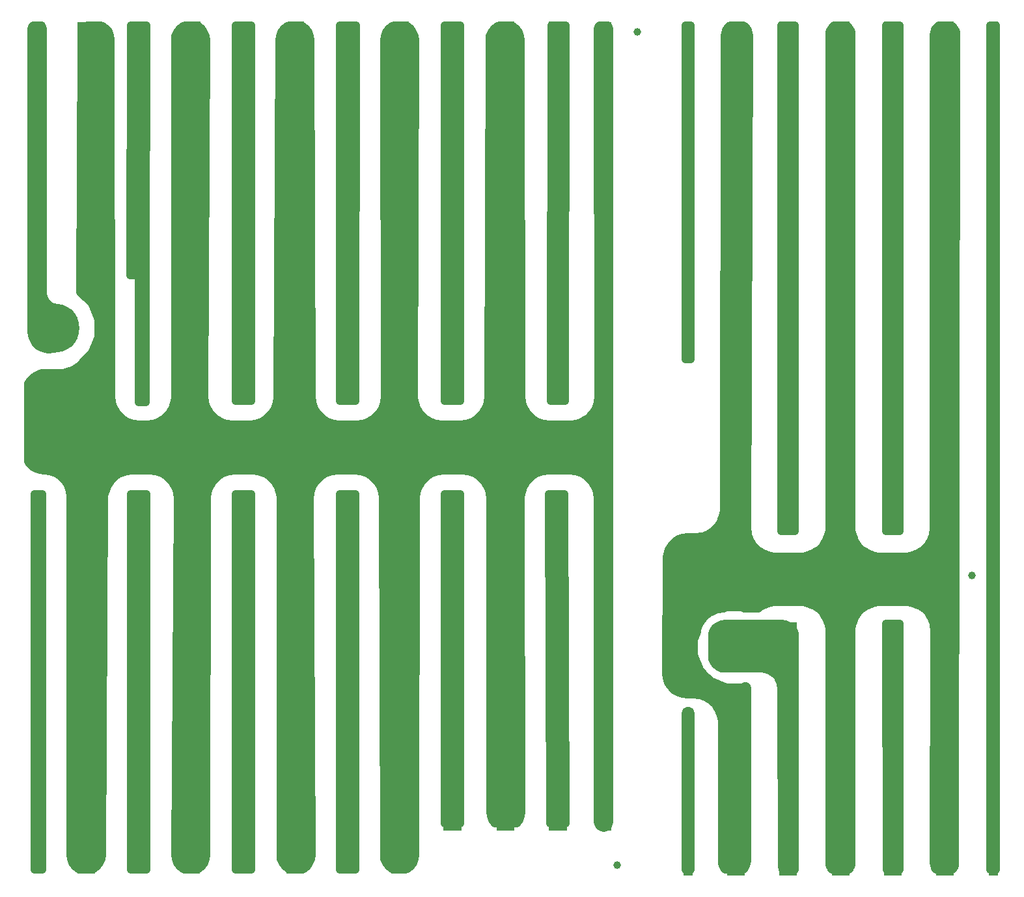
<source format=gbr>
G04 #@! TF.GenerationSoftware,KiCad,Pcbnew,(5.0.0)*
G04 #@! TF.CreationDate,2019-06-04T18:43:43-07:00*
G04 #@! TF.ProjectId,SSB Cap Board - Rev2,5353422043617020426F617264202D20,rev?*
G04 #@! TF.SameCoordinates,Original*
G04 #@! TF.FileFunction,Copper,L1,Top,Signal*
G04 #@! TF.FilePolarity,Positive*
%FSLAX46Y46*%
G04 Gerber Fmt 4.6, Leading zero omitted, Abs format (unit mm)*
G04 Created by KiCad (PCBNEW (5.0.0)) date 06/04/19 18:43:43*
%MOMM*%
%LPD*%
G01*
G04 APERTURE LIST*
G04 #@! TA.AperFunction,BGAPad,CuDef*
%ADD10C,1.000000*%
G04 #@! TD*
G04 #@! TA.AperFunction,SMDPad,CuDef*
%ADD11R,1.250000X5.000000*%
G04 #@! TD*
G04 #@! TA.AperFunction,ComponentPad*
%ADD12C,6.400000*%
G04 #@! TD*
G04 #@! TA.AperFunction,ComponentPad*
%ADD13C,0.800000*%
G04 #@! TD*
G04 #@! TA.AperFunction,ViaPad*
%ADD14C,0.889000*%
G04 #@! TD*
G04 #@! TA.AperFunction,Conductor*
%ADD15C,1.000000*%
G04 #@! TD*
G04 #@! TA.AperFunction,Conductor*
%ADD16C,1.500000*%
G04 #@! TD*
G04 APERTURE END LIST*
D10*
G04 #@! TO.P,REF\002A\002A,~*
G04 #@! TO.N,N/C*
X59300000Y33800000D03*
G04 #@! TD*
G04 #@! TO.P,REF\002A\002A,~*
G04 #@! TO.N,N/C*
X13200000Y-3800000D03*
G04 #@! TD*
D11*
G04 #@! TO.P,C578,2*
G04 #@! TO.N,/C2-*
X62105000Y8505000D03*
G04 #@! TO.P,C578,1*
G04 #@! TO.N,/C2+*
X56405000Y8505000D03*
G04 #@! TD*
G04 #@! TO.P,C576,2*
G04 #@! TO.N,/C2-*
X62105000Y-2695000D03*
G04 #@! TO.P,C576,1*
G04 #@! TO.N,/C2+*
X56405000Y-2695000D03*
G04 #@! TD*
G04 #@! TO.P,C572,1*
G04 #@! TO.N,/C2+*
X28095000Y86595000D03*
G04 #@! TO.P,C572,2*
G04 #@! TO.N,/C2-*
X22395000Y86595000D03*
G04 #@! TD*
G04 #@! TO.P,C570,2*
G04 #@! TO.N,/C2-*
X34905000Y2905000D03*
G04 #@! TO.P,C570,1*
G04 #@! TO.N,/C2+*
X29205000Y2905000D03*
G04 #@! TD*
G04 #@! TO.P,C568,2*
G04 #@! TO.N,/C2-*
X62105000Y14105000D03*
G04 #@! TO.P,C568,1*
G04 #@! TO.N,/C2+*
X56405000Y14105000D03*
G04 #@! TD*
G04 #@! TO.P,C566,2*
G04 #@! TO.N,/C2-*
X22395000Y14095000D03*
G04 #@! TO.P,C566,1*
G04 #@! TO.N,/C2+*
X28095000Y14095000D03*
G04 #@! TD*
G04 #@! TO.P,C573,2*
G04 #@! TO.N,/C2-*
X62105000Y53005000D03*
G04 #@! TO.P,C573,1*
G04 #@! TO.N,/C2+*
X56405000Y53005000D03*
G04 #@! TD*
G04 #@! TO.P,C597,2*
G04 #@! TO.N,/C2-*
X34905000Y8505000D03*
G04 #@! TO.P,C597,1*
G04 #@! TO.N,/C2+*
X29205000Y8505000D03*
G04 #@! TD*
G04 #@! TO.P,C596,2*
G04 #@! TO.N,/C2-*
X22395000Y103395000D03*
G04 #@! TO.P,C596,1*
G04 #@! TO.N,/C2+*
X28095000Y103395000D03*
G04 #@! TD*
G04 #@! TO.P,C595,2*
G04 #@! TO.N,/C2-*
X62105000Y19705000D03*
G04 #@! TO.P,C595,1*
G04 #@! TO.N,/C2+*
X56405000Y19705000D03*
G04 #@! TD*
G04 #@! TO.P,C593,2*
G04 #@! TO.N,/C2-*
X34905000Y14105000D03*
G04 #@! TO.P,C593,1*
G04 #@! TO.N,/C2+*
X29205000Y14105000D03*
G04 #@! TD*
G04 #@! TO.P,C588,2*
G04 #@! TO.N,/C2-*
X49595000Y92195000D03*
G04 #@! TO.P,C588,1*
G04 #@! TO.N,/C2+*
X55295000Y92195000D03*
G04 #@! TD*
G04 #@! TO.P,C585,1*
G04 #@! TO.N,/C2+*
X28095000Y-2705000D03*
G04 #@! TO.P,C585,2*
G04 #@! TO.N,/C2-*
X22395000Y-2705000D03*
G04 #@! TD*
G04 #@! TO.P,C584,2*
G04 #@! TO.N,/C2-*
X62105000Y25305000D03*
G04 #@! TO.P,C584,1*
G04 #@! TO.N,/C2+*
X56405000Y25305000D03*
G04 #@! TD*
G04 #@! TO.P,C591,2*
G04 #@! TO.N,/C2-*
X35995000Y25295000D03*
G04 #@! TO.P,C591,1*
G04 #@! TO.N,/C2+*
X41695000Y25295000D03*
G04 #@! TD*
G04 #@! TO.P,C590,2*
G04 #@! TO.N,/C2-*
X62105000Y64205000D03*
G04 #@! TO.P,C590,1*
G04 #@! TO.N,/C2+*
X56405000Y64205000D03*
G04 #@! TD*
G04 #@! TO.P,C592,1*
G04 #@! TO.N,/C2+*
X41695000Y14095000D03*
G04 #@! TO.P,C592,2*
G04 #@! TO.N,/C2-*
X35995000Y14095000D03*
G04 #@! TD*
G04 #@! TO.P,C599,2*
G04 #@! TO.N,/C2-*
X34905000Y97805000D03*
G04 #@! TO.P,C599,1*
G04 #@! TO.N,/C2+*
X29205000Y97805000D03*
G04 #@! TD*
G04 #@! TO.P,C292,1*
G04 #@! TO.N,/C1+*
X11795000Y3095000D03*
G04 #@! TO.P,C292,2*
G04 #@! TO.N,/C1-*
X6095000Y3095000D03*
G04 #@! TD*
G04 #@! TO.P,C504,2*
G04 #@! TO.N,/C2-*
X22395000Y97795000D03*
G04 #@! TO.P,C504,1*
G04 #@! TO.N,/C2+*
X28095000Y97795000D03*
G04 #@! TD*
G04 #@! TO.P,C494,2*
G04 #@! TO.N,/C2-*
X22395000Y80995000D03*
G04 #@! TO.P,C494,1*
G04 #@! TO.N,/C2+*
X28095000Y80995000D03*
G04 #@! TD*
G04 #@! TO.P,C456,1*
G04 #@! TO.N,/C2+*
X56405000Y58605000D03*
G04 #@! TO.P,C456,2*
G04 #@! TO.N,/C2-*
X62105000Y58605000D03*
G04 #@! TD*
G04 #@! TO.P,C462,1*
G04 #@! TO.N,/C2+*
X28095000Y8495000D03*
G04 #@! TO.P,C462,2*
G04 #@! TO.N,/C2-*
X22395000Y8495000D03*
G04 #@! TD*
G04 #@! TO.P,C517,1*
G04 #@! TO.N,/C2+*
X28095000Y2895000D03*
G04 #@! TO.P,C517,2*
G04 #@! TO.N,/C2-*
X22395000Y2895000D03*
G04 #@! TD*
G04 #@! TO.P,C477,1*
G04 #@! TO.N,/C2+*
X56405000Y2905000D03*
G04 #@! TO.P,C477,2*
G04 #@! TO.N,/C2-*
X62105000Y2905000D03*
G04 #@! TD*
G04 #@! TO.P,C471,2*
G04 #@! TO.N,/C2-*
X22395000Y92195000D03*
G04 #@! TO.P,C471,1*
G04 #@! TO.N,/C2+*
X28095000Y92195000D03*
G04 #@! TD*
G04 #@! TO.P,C479,1*
G04 #@! TO.N,/C2+*
X29205000Y-2695000D03*
G04 #@! TO.P,C479,2*
G04 #@! TO.N,/C2-*
X34905000Y-2695000D03*
G04 #@! TD*
G04 #@! TO.P,C542,1*
G04 #@! TO.N,/C2+*
X42805000Y69805000D03*
G04 #@! TO.P,C542,2*
G04 #@! TO.N,/C2-*
X48505000Y69805000D03*
G04 #@! TD*
G04 #@! TO.P,C540,2*
G04 #@! TO.N,/C2-*
X22395000Y64195000D03*
G04 #@! TO.P,C540,1*
G04 #@! TO.N,/C2+*
X28095000Y64195000D03*
G04 #@! TD*
G04 #@! TO.P,C537,2*
G04 #@! TO.N,/C2-*
X49595000Y25295000D03*
G04 #@! TO.P,C537,1*
G04 #@! TO.N,/C2+*
X55295000Y25295000D03*
G04 #@! TD*
G04 #@! TO.P,C536,2*
G04 #@! TO.N,/C2-*
X22395000Y69795000D03*
G04 #@! TO.P,C536,1*
G04 #@! TO.N,/C2+*
X28095000Y69795000D03*
G04 #@! TD*
G04 #@! TO.P,C534,1*
G04 #@! TO.N,/C2+*
X56405000Y69805000D03*
G04 #@! TO.P,C534,2*
G04 #@! TO.N,/C2-*
X62105000Y69805000D03*
G04 #@! TD*
G04 #@! TO.P,C532,1*
G04 #@! TO.N,/C2+*
X55295000Y80995000D03*
G04 #@! TO.P,C532,2*
G04 #@! TO.N,/C2-*
X49595000Y80995000D03*
G04 #@! TD*
G04 #@! TO.P,C530,1*
G04 #@! TO.N,/C2+*
X42805000Y47405000D03*
G04 #@! TO.P,C530,2*
G04 #@! TO.N,/C2-*
X48505000Y47405000D03*
G04 #@! TD*
G04 #@! TO.P,C528,1*
G04 #@! TO.N,/C2+*
X41695000Y97795000D03*
G04 #@! TO.P,C528,2*
G04 #@! TO.N,/C2-*
X35995000Y97795000D03*
G04 #@! TD*
G04 #@! TO.P,C527,2*
G04 #@! TO.N,/C2-*
X35995000Y19695000D03*
G04 #@! TO.P,C527,1*
G04 #@! TO.N,/C2+*
X41695000Y19695000D03*
G04 #@! TD*
G04 #@! TO.P,C564,1*
G04 #@! TO.N,/C2+*
X55295000Y19695000D03*
G04 #@! TO.P,C564,2*
G04 #@! TO.N,/C2-*
X49595000Y19695000D03*
G04 #@! TD*
G04 #@! TO.P,C535,2*
G04 #@! TO.N,/C2-*
X48505000Y-2695000D03*
G04 #@! TO.P,C535,1*
G04 #@! TO.N,/C2+*
X42805000Y-2695000D03*
G04 #@! TD*
G04 #@! TO.P,C562,1*
G04 #@! TO.N,/C2+*
X56405000Y75405000D03*
G04 #@! TO.P,C562,2*
G04 #@! TO.N,/C2-*
X62105000Y75405000D03*
G04 #@! TD*
G04 #@! TO.P,C560,1*
G04 #@! TO.N,/C2+*
X55295000Y75395000D03*
G04 #@! TO.P,C560,2*
G04 #@! TO.N,/C2-*
X49595000Y75395000D03*
G04 #@! TD*
G04 #@! TO.P,C558,1*
G04 #@! TO.N,/C2+*
X42805000Y53005000D03*
G04 #@! TO.P,C558,2*
G04 #@! TO.N,/C2-*
X48505000Y53005000D03*
G04 #@! TD*
G04 #@! TO.P,C556,1*
G04 #@! TO.N,/C2+*
X41695000Y103395000D03*
G04 #@! TO.P,C556,2*
G04 #@! TO.N,/C2-*
X35995000Y103395000D03*
G04 #@! TD*
G04 #@! TO.P,C544,1*
G04 #@! TO.N,/C2+*
X29205000Y103405000D03*
G04 #@! TO.P,C544,2*
G04 #@! TO.N,/C2-*
X34905000Y103405000D03*
G04 #@! TD*
G04 #@! TO.P,C553,2*
G04 #@! TO.N,/C2-*
X49595000Y14095000D03*
G04 #@! TO.P,C553,1*
G04 #@! TO.N,/C2+*
X55295000Y14095000D03*
G04 #@! TD*
G04 #@! TO.P,C552,1*
G04 #@! TO.N,/C2+*
X42805000Y2905000D03*
G04 #@! TO.P,C552,2*
G04 #@! TO.N,/C2-*
X48505000Y2905000D03*
G04 #@! TD*
G04 #@! TO.P,C551,2*
G04 #@! TO.N,/C2-*
X62105000Y81005000D03*
G04 #@! TO.P,C551,1*
G04 #@! TO.N,/C2+*
X56405000Y81005000D03*
G04 #@! TD*
G04 #@! TO.P,C550,1*
G04 #@! TO.N,/C2+*
X55295000Y69795000D03*
G04 #@! TO.P,C550,2*
G04 #@! TO.N,/C2-*
X49595000Y69795000D03*
G04 #@! TD*
G04 #@! TO.P,C548,1*
G04 #@! TO.N,/C2+*
X42805000Y58605000D03*
G04 #@! TO.P,C548,2*
G04 #@! TO.N,/C2-*
X48505000Y58605000D03*
G04 #@! TD*
G04 #@! TO.P,C546,1*
G04 #@! TO.N,/C2+*
X41695000Y92195000D03*
G04 #@! TO.P,C546,2*
G04 #@! TO.N,/C2-*
X35995000Y92195000D03*
G04 #@! TD*
G04 #@! TO.P,C545,2*
G04 #@! TO.N,/C2-*
X35995000Y8495000D03*
G04 #@! TO.P,C545,1*
G04 #@! TO.N,/C2+*
X41695000Y8495000D03*
G04 #@! TD*
G04 #@! TO.P,C554,1*
G04 #@! TO.N,/C2+*
X29205000Y41805000D03*
G04 #@! TO.P,C554,2*
G04 #@! TO.N,/C2-*
X34905000Y41805000D03*
G04 #@! TD*
G04 #@! TO.P,C432,2*
G04 #@! TO.N,/C2-*
X49595000Y8495000D03*
G04 #@! TO.P,C432,1*
G04 #@! TO.N,/C2+*
X55295000Y8495000D03*
G04 #@! TD*
G04 #@! TO.P,C429,2*
G04 #@! TO.N,/C2-*
X62105000Y86605000D03*
G04 #@! TO.P,C429,1*
G04 #@! TO.N,/C2+*
X56405000Y86605000D03*
G04 #@! TD*
G04 #@! TO.P,C428,1*
G04 #@! TO.N,/C2+*
X55295000Y64195000D03*
G04 #@! TO.P,C428,2*
G04 #@! TO.N,/C2-*
X49595000Y64195000D03*
G04 #@! TD*
G04 #@! TO.P,C427,2*
G04 #@! TO.N,/C2-*
X48505000Y64205000D03*
G04 #@! TO.P,C427,1*
G04 #@! TO.N,/C2+*
X42805000Y64205000D03*
G04 #@! TD*
G04 #@! TO.P,C425,2*
G04 #@! TO.N,/C2-*
X35995000Y86595000D03*
G04 #@! TO.P,C425,1*
G04 #@! TO.N,/C2+*
X41695000Y86595000D03*
G04 #@! TD*
G04 #@! TO.P,C415,1*
G04 #@! TO.N,/C2+*
X41695000Y2895000D03*
G04 #@! TO.P,C415,2*
G04 #@! TO.N,/C2-*
X35995000Y2895000D03*
G04 #@! TD*
G04 #@! TO.P,C450,2*
G04 #@! TO.N,/C2-*
X34905000Y47405000D03*
G04 #@! TO.P,C450,1*
G04 #@! TO.N,/C2+*
X29205000Y47405000D03*
G04 #@! TD*
G04 #@! TO.P,C422,1*
G04 #@! TO.N,/C2+*
X55295000Y2895000D03*
G04 #@! TO.P,C422,2*
G04 #@! TO.N,/C2-*
X49595000Y2895000D03*
G04 #@! TD*
G04 #@! TO.P,C413,2*
G04 #@! TO.N,/C2-*
X48505000Y14105000D03*
G04 #@! TO.P,C413,1*
G04 #@! TO.N,/C2+*
X42805000Y14105000D03*
G04 #@! TD*
G04 #@! TO.P,C420,1*
G04 #@! TO.N,/C2+*
X56405000Y92205000D03*
G04 #@! TO.P,C420,2*
G04 #@! TO.N,/C2-*
X62105000Y92205000D03*
G04 #@! TD*
G04 #@! TO.P,C419,2*
G04 #@! TO.N,/C2-*
X49595000Y58595000D03*
G04 #@! TO.P,C419,1*
G04 #@! TO.N,/C2+*
X55295000Y58595000D03*
G04 #@! TD*
G04 #@! TO.P,C418,1*
G04 #@! TO.N,/C2+*
X55295000Y86595000D03*
G04 #@! TO.P,C418,2*
G04 #@! TO.N,/C2-*
X49595000Y86595000D03*
G04 #@! TD*
G04 #@! TO.P,C417,2*
G04 #@! TO.N,/C2-*
X35995000Y80995000D03*
G04 #@! TO.P,C417,1*
G04 #@! TO.N,/C2+*
X41695000Y80995000D03*
G04 #@! TD*
G04 #@! TO.P,C416,1*
G04 #@! TO.N,/C2+*
X41695000Y-2705000D03*
G04 #@! TO.P,C416,2*
G04 #@! TO.N,/C2-*
X35995000Y-2705000D03*
G04 #@! TD*
G04 #@! TO.P,C424,2*
G04 #@! TO.N,/C2-*
X34905000Y53005000D03*
G04 #@! TO.P,C424,1*
G04 #@! TO.N,/C2+*
X29205000Y53005000D03*
G04 #@! TD*
G04 #@! TO.P,C423,1*
G04 #@! TO.N,/C2+*
X55295000Y-2705000D03*
G04 #@! TO.P,C423,2*
G04 #@! TO.N,/C2-*
X49595000Y-2705000D03*
G04 #@! TD*
G04 #@! TO.P,C421,2*
G04 #@! TO.N,/C2-*
X48505000Y19705000D03*
G04 #@! TO.P,C421,1*
G04 #@! TO.N,/C2+*
X42805000Y19705000D03*
G04 #@! TD*
G04 #@! TO.P,C447,1*
G04 #@! TO.N,/C2+*
X56405000Y97805000D03*
G04 #@! TO.P,C447,2*
G04 #@! TO.N,/C2-*
X62105000Y97805000D03*
G04 #@! TD*
G04 #@! TO.P,C446,2*
G04 #@! TO.N,/C2-*
X49595000Y52995000D03*
G04 #@! TO.P,C446,1*
G04 #@! TO.N,/C2+*
X55295000Y52995000D03*
G04 #@! TD*
G04 #@! TO.P,C445,1*
G04 #@! TO.N,/C2+*
X42805000Y75405000D03*
G04 #@! TO.P,C445,2*
G04 #@! TO.N,/C2-*
X48505000Y75405000D03*
G04 #@! TD*
G04 #@! TO.P,C444,2*
G04 #@! TO.N,/C2-*
X35995000Y75395000D03*
G04 #@! TO.P,C444,1*
G04 #@! TO.N,/C2+*
X41695000Y75395000D03*
G04 #@! TD*
G04 #@! TO.P,C433,1*
G04 #@! TO.N,/C2+*
X29205000Y58605000D03*
G04 #@! TO.P,C433,2*
G04 #@! TO.N,/C2-*
X34905000Y58605000D03*
G04 #@! TD*
G04 #@! TO.P,C442,1*
G04 #@! TO.N,/C2+*
X28095000Y75395000D03*
G04 #@! TO.P,C442,2*
G04 #@! TO.N,/C2-*
X22395000Y75395000D03*
G04 #@! TD*
G04 #@! TO.P,C555,1*
G04 #@! TO.N,/C2+*
X56405000Y103405000D03*
G04 #@! TO.P,C555,2*
G04 #@! TO.N,/C2-*
X62105000Y103405000D03*
G04 #@! TD*
G04 #@! TO.P,C430,2*
G04 #@! TO.N,/C2-*
X49595000Y97795000D03*
G04 #@! TO.P,C430,1*
G04 #@! TO.N,/C2+*
X55295000Y97795000D03*
G04 #@! TD*
G04 #@! TO.P,C439,1*
G04 #@! TO.N,/C2+*
X55295000Y47395000D03*
G04 #@! TO.P,C439,2*
G04 #@! TO.N,/C2-*
X49595000Y47395000D03*
G04 #@! TD*
G04 #@! TO.P,C438,2*
G04 #@! TO.N,/C2-*
X48505000Y81005000D03*
G04 #@! TO.P,C438,1*
G04 #@! TO.N,/C2+*
X42805000Y81005000D03*
G04 #@! TD*
G04 #@! TO.P,C437,1*
G04 #@! TO.N,/C2+*
X41695000Y69795000D03*
G04 #@! TO.P,C437,2*
G04 #@! TO.N,/C2-*
X35995000Y69795000D03*
G04 #@! TD*
G04 #@! TO.P,C436,2*
G04 #@! TO.N,/C2-*
X34905000Y64205000D03*
G04 #@! TO.P,C436,1*
G04 #@! TO.N,/C2+*
X29205000Y64205000D03*
G04 #@! TD*
G04 #@! TO.P,C435,1*
G04 #@! TO.N,/C2+*
X42805000Y25305000D03*
G04 #@! TO.P,C435,2*
G04 #@! TO.N,/C2-*
X48505000Y25305000D03*
G04 #@! TD*
G04 #@! TO.P,C434,2*
G04 #@! TO.N,/C2-*
X49595000Y103395000D03*
G04 #@! TO.P,C434,1*
G04 #@! TO.N,/C2+*
X55295000Y103395000D03*
G04 #@! TD*
G04 #@! TO.P,C443,1*
G04 #@! TO.N,/C2+*
X42805000Y97805000D03*
G04 #@! TO.P,C443,2*
G04 #@! TO.N,/C2-*
X48505000Y97805000D03*
G04 #@! TD*
G04 #@! TO.P,C441,2*
G04 #@! TO.N,/C2-*
X48505000Y86605000D03*
G04 #@! TO.P,C441,1*
G04 #@! TO.N,/C2+*
X42805000Y86605000D03*
G04 #@! TD*
G04 #@! TO.P,C431,1*
G04 #@! TO.N,/C2+*
X41695000Y64195000D03*
G04 #@! TO.P,C431,2*
G04 #@! TO.N,/C2-*
X35995000Y64195000D03*
G04 #@! TD*
G04 #@! TO.P,C440,2*
G04 #@! TO.N,/C2-*
X34905000Y69805000D03*
G04 #@! TO.P,C440,1*
G04 #@! TO.N,/C2+*
X29205000Y69805000D03*
G04 #@! TD*
G04 #@! TO.P,C451,1*
G04 #@! TO.N,/C2+*
X56405000Y47405000D03*
G04 #@! TO.P,C451,2*
G04 #@! TO.N,/C2-*
X62105000Y47405000D03*
G04 #@! TD*
G04 #@! TO.P,C448,2*
G04 #@! TO.N,/C2-*
X48505000Y92205000D03*
G04 #@! TO.P,C448,1*
G04 #@! TO.N,/C2+*
X42805000Y92205000D03*
G04 #@! TD*
G04 #@! TO.P,C411,1*
G04 #@! TO.N,/C2+*
X56405000Y41805000D03*
G04 #@! TO.P,C411,2*
G04 #@! TO.N,/C2-*
X62105000Y41805000D03*
G04 #@! TD*
G04 #@! TO.P,C410,2*
G04 #@! TO.N,/C2-*
X35995000Y58595000D03*
G04 #@! TO.P,C410,1*
G04 #@! TO.N,/C2+*
X41695000Y58595000D03*
G04 #@! TD*
G04 #@! TO.P,C409,1*
G04 #@! TO.N,/C2+*
X29205000Y75405000D03*
G04 #@! TO.P,C409,2*
G04 #@! TO.N,/C2-*
X34905000Y75405000D03*
G04 #@! TD*
G04 #@! TO.P,C408,2*
G04 #@! TO.N,/C2-*
X48505000Y103405000D03*
G04 #@! TO.P,C408,1*
G04 #@! TO.N,/C2+*
X42805000Y103405000D03*
G04 #@! TD*
G04 #@! TO.P,C407,1*
G04 #@! TO.N,/C2+*
X55295000Y41795000D03*
G04 #@! TO.P,C407,2*
G04 #@! TO.N,/C2-*
X49595000Y41795000D03*
G04 #@! TD*
G04 #@! TO.P,C406,2*
G04 #@! TO.N,/C2-*
X35995000Y52995000D03*
G04 #@! TO.P,C406,1*
G04 #@! TO.N,/C2+*
X41695000Y52995000D03*
G04 #@! TD*
G04 #@! TO.P,C404,1*
G04 #@! TO.N,/C2+*
X29205000Y81005000D03*
G04 #@! TO.P,C404,2*
G04 #@! TO.N,/C2-*
X34905000Y81005000D03*
G04 #@! TD*
G04 #@! TO.P,C403,2*
G04 #@! TO.N,/C2-*
X48505000Y41805000D03*
G04 #@! TO.P,C403,1*
G04 #@! TO.N,/C2+*
X42805000Y41805000D03*
G04 #@! TD*
G04 #@! TO.P,C402,1*
G04 #@! TO.N,/C2+*
X41695000Y47395000D03*
G04 #@! TO.P,C402,2*
G04 #@! TO.N,/C2-*
X35995000Y47395000D03*
G04 #@! TD*
G04 #@! TO.P,C401,2*
G04 #@! TO.N,/C2-*
X34905000Y86605000D03*
G04 #@! TO.P,C401,1*
G04 #@! TO.N,/C2+*
X29205000Y86605000D03*
G04 #@! TD*
G04 #@! TO.P,C414,1*
G04 #@! TO.N,/C2+*
X41695000Y41795000D03*
G04 #@! TO.P,C414,2*
G04 #@! TO.N,/C2-*
X35995000Y41795000D03*
G04 #@! TD*
G04 #@! TO.P,C412,2*
G04 #@! TO.N,/C2-*
X34905000Y92205000D03*
G04 #@! TO.P,C412,1*
G04 #@! TO.N,/C2+*
X29205000Y92205000D03*
G04 #@! TD*
G04 #@! TO.P,C405,1*
G04 #@! TO.N,/C2+*
X42805000Y8505000D03*
G04 #@! TO.P,C405,2*
G04 #@! TO.N,/C2-*
X48505000Y8505000D03*
G04 #@! TD*
G04 #@! TO.P,C291,2*
G04 #@! TO.N,/C1-*
X6095000Y8695000D03*
G04 #@! TO.P,C291,1*
G04 #@! TO.N,/C1+*
X11795000Y8695000D03*
G04 #@! TD*
G04 #@! TO.P,C237,1*
G04 #@! TO.N,/C1+*
X11795000Y14295000D03*
G04 #@! TO.P,C237,2*
G04 #@! TO.N,/C1-*
X6095000Y14295000D03*
G04 #@! TD*
G04 #@! TO.P,C52,2*
G04 #@! TO.N,/C1-*
X-21305000Y25495000D03*
G04 #@! TO.P,C52,1*
G04 #@! TO.N,/C1+*
X-15605000Y25495000D03*
G04 #@! TD*
G04 #@! TO.P,C97,1*
G04 #@! TO.N,/C1+*
X-41695000Y31105000D03*
G04 #@! TO.P,C97,2*
G04 #@! TO.N,/C1-*
X-35995000Y31105000D03*
G04 #@! TD*
G04 #@! TO.P,C21,1*
G04 #@! TO.N,/C1+*
X11795000Y31095000D03*
G04 #@! TO.P,C21,2*
G04 #@! TO.N,/C1-*
X6095000Y31095000D03*
G04 #@! TD*
G04 #@! TO.P,C120,2*
G04 #@! TO.N,/C1-*
X6095000Y19895000D03*
G04 #@! TO.P,C120,1*
G04 #@! TO.N,/C1+*
X11795000Y19895000D03*
G04 #@! TD*
G04 #@! TO.P,C394,1*
G04 #@! TO.N,/C1+*
X11795000Y25495000D03*
G04 #@! TO.P,C394,2*
G04 #@! TO.N,/C1-*
X6095000Y25495000D03*
G04 #@! TD*
G04 #@! TO.P,C343,2*
G04 #@! TO.N,/C1-*
X-48505000Y31095000D03*
G04 #@! TO.P,C343,1*
G04 #@! TO.N,/C1+*
X-42805000Y31095000D03*
G04 #@! TD*
G04 #@! TO.P,C358,2*
G04 #@! TO.N,/C1-*
X-21305000Y19895000D03*
G04 #@! TO.P,C358,1*
G04 #@! TO.N,/C1+*
X-15605000Y19895000D03*
G04 #@! TD*
G04 #@! TO.P,C273,2*
G04 #@! TO.N,/C1-*
X-49595000Y8705000D03*
G04 #@! TO.P,C273,1*
G04 #@! TO.N,/C1+*
X-55295000Y8705000D03*
G04 #@! TD*
G04 #@! TO.P,C264,2*
G04 #@! TO.N,/C1-*
X-8795000Y3105000D03*
G04 #@! TO.P,C264,1*
G04 #@! TO.N,/C1+*
X-14495000Y3105000D03*
G04 #@! TD*
G04 #@! TO.P,C262,2*
G04 #@! TO.N,/C1-*
X-62105000Y25495000D03*
G04 #@! TO.P,C262,1*
G04 #@! TO.N,/C1+*
X-56405000Y25495000D03*
G04 #@! TD*
G04 #@! TO.P,C261,2*
G04 #@! TO.N,/C1-*
X-49595000Y-2495000D03*
G04 #@! TO.P,C261,1*
G04 #@! TO.N,/C1+*
X-55295000Y-2495000D03*
G04 #@! TD*
G04 #@! TO.P,C260,2*
G04 #@! TO.N,/C1-*
X-34905000Y8695000D03*
G04 #@! TO.P,C260,1*
G04 #@! TO.N,/C1+*
X-29205000Y8695000D03*
G04 #@! TD*
G04 #@! TO.P,C259,2*
G04 #@! TO.N,/C1-*
X-48405000Y14295000D03*
G04 #@! TO.P,C259,1*
G04 #@! TO.N,/C1+*
X-42705000Y14295000D03*
G04 #@! TD*
G04 #@! TO.P,C258,2*
G04 #@! TO.N,/C1-*
X-35995000Y19905000D03*
G04 #@! TO.P,C258,1*
G04 #@! TO.N,/C1+*
X-41695000Y19905000D03*
G04 #@! TD*
G04 #@! TO.P,C257,2*
G04 #@! TO.N,/C1-*
X-22395000Y-2495000D03*
G04 #@! TO.P,C257,1*
G04 #@! TO.N,/C1+*
X-28095000Y-2495000D03*
G04 #@! TD*
G04 #@! TO.P,C314,2*
G04 #@! TO.N,/C1-*
X-62105000Y19895000D03*
G04 #@! TO.P,C314,1*
G04 #@! TO.N,/C1+*
X-56405000Y19895000D03*
G04 #@! TD*
G04 #@! TO.P,C266,2*
G04 #@! TO.N,/C1-*
X-49595000Y3105000D03*
G04 #@! TO.P,C266,1*
G04 #@! TO.N,/C1+*
X-55295000Y3105000D03*
G04 #@! TD*
G04 #@! TO.P,C265,2*
G04 #@! TO.N,/C1-*
X-34905000Y3095000D03*
G04 #@! TO.P,C265,1*
G04 #@! TO.N,/C1+*
X-29205000Y3095000D03*
G04 #@! TD*
G04 #@! TO.P,C311,2*
G04 #@! TO.N,/C1-*
X-48405000Y8695000D03*
G04 #@! TO.P,C311,1*
G04 #@! TO.N,/C1+*
X-42705000Y8695000D03*
G04 #@! TD*
G04 #@! TO.P,C310,2*
G04 #@! TO.N,/C1-*
X-35995000Y25505000D03*
G04 #@! TO.P,C310,1*
G04 #@! TO.N,/C1+*
X-41695000Y25505000D03*
G04 #@! TD*
G04 #@! TO.P,C309,2*
G04 #@! TO.N,/C1-*
X-22395000Y3105000D03*
G04 #@! TO.P,C309,1*
G04 #@! TO.N,/C1+*
X-28095000Y3105000D03*
G04 #@! TD*
G04 #@! TO.P,C308,2*
G04 #@! TO.N,/C1-*
X-62105000Y86595000D03*
G04 #@! TO.P,C308,1*
G04 #@! TO.N,/C1+*
X-56405000Y86595000D03*
G04 #@! TD*
G04 #@! TO.P,C304,2*
G04 #@! TO.N,/C1-*
X-62105000Y14295000D03*
G04 #@! TO.P,C304,1*
G04 #@! TO.N,/C1+*
X-56405000Y14295000D03*
G04 #@! TD*
G04 #@! TO.P,C302,2*
G04 #@! TO.N,/C1-*
X-34905000Y-2505000D03*
G04 #@! TO.P,C302,1*
G04 #@! TO.N,/C1+*
X-29205000Y-2505000D03*
G04 #@! TD*
G04 #@! TO.P,C301,2*
G04 #@! TO.N,/C1-*
X-48405000Y3095000D03*
G04 #@! TO.P,C301,1*
G04 #@! TO.N,/C1+*
X-42705000Y3095000D03*
G04 #@! TD*
G04 #@! TO.P,C283,2*
G04 #@! TO.N,/C1-*
X-35995000Y-2495000D03*
G04 #@! TO.P,C283,1*
G04 #@! TO.N,/C1+*
X-41695000Y-2495000D03*
G04 #@! TD*
G04 #@! TO.P,C282,2*
G04 #@! TO.N,/C1-*
X-62105000Y80995000D03*
G04 #@! TO.P,C282,1*
G04 #@! TO.N,/C1+*
X-56405000Y80995000D03*
G04 #@! TD*
G04 #@! TO.P,C295,2*
G04 #@! TO.N,/C1-*
X-62105000Y8695000D03*
G04 #@! TO.P,C295,1*
G04 #@! TO.N,/C1+*
X-56405000Y8695000D03*
G04 #@! TD*
G04 #@! TO.P,C294,2*
G04 #@! TO.N,/C1-*
X-49595000Y14305000D03*
G04 #@! TO.P,C294,1*
G04 #@! TO.N,/C1+*
X-55295000Y14305000D03*
G04 #@! TD*
G04 #@! TO.P,C293,2*
G04 #@! TO.N,/C1-*
X-22395000Y8705000D03*
G04 #@! TO.P,C293,1*
G04 #@! TO.N,/C1+*
X-28095000Y8705000D03*
G04 #@! TD*
G04 #@! TO.P,C289,2*
G04 #@! TO.N,/C1-*
X-62105000Y75395000D03*
G04 #@! TO.P,C289,1*
G04 #@! TO.N,/C1+*
X-56405000Y75395000D03*
G04 #@! TD*
G04 #@! TO.P,C287,2*
G04 #@! TO.N,/C1-*
X-62105000Y3095000D03*
G04 #@! TO.P,C287,1*
G04 #@! TO.N,/C1+*
X-56405000Y3095000D03*
G04 #@! TD*
G04 #@! TO.P,C286,2*
G04 #@! TO.N,/C1-*
X-49595000Y19905000D03*
G04 #@! TO.P,C286,1*
G04 #@! TO.N,/C1+*
X-55295000Y19905000D03*
G04 #@! TD*
G04 #@! TO.P,C285,2*
G04 #@! TO.N,/C1-*
X-22395000Y14305000D03*
G04 #@! TO.P,C285,1*
G04 #@! TO.N,/C1+*
X-28095000Y14305000D03*
G04 #@! TD*
G04 #@! TO.P,C299,2*
G04 #@! TO.N,/C1-*
X-8795000Y8705000D03*
G04 #@! TO.P,C299,1*
G04 #@! TO.N,/C1+*
X-14495000Y8705000D03*
G04 #@! TD*
G04 #@! TO.P,C298,2*
G04 #@! TO.N,/C1-*
X4905000Y3105000D03*
G04 #@! TO.P,C298,1*
G04 #@! TO.N,/C1+*
X-795000Y3105000D03*
G04 #@! TD*
G04 #@! TO.P,C281,2*
G04 #@! TO.N,/C1-*
X-34905000Y36695000D03*
G04 #@! TO.P,C281,1*
G04 #@! TO.N,/C1+*
X-29205000Y36695000D03*
G04 #@! TD*
G04 #@! TO.P,C296,2*
G04 #@! TO.N,/C1-*
X-62105000Y-2505000D03*
G04 #@! TO.P,C296,1*
G04 #@! TO.N,/C1+*
X-56405000Y-2505000D03*
G04 #@! TD*
G04 #@! TO.P,C377,2*
G04 #@! TO.N,/C1-*
X-49595000Y25505000D03*
G04 #@! TO.P,C377,1*
G04 #@! TO.N,/C1+*
X-55295000Y25505000D03*
G04 #@! TD*
G04 #@! TO.P,C398,2*
G04 #@! TO.N,/C1-*
X-8795000Y14305000D03*
G04 #@! TO.P,C398,1*
G04 #@! TO.N,/C1+*
X-14495000Y14305000D03*
G04 #@! TD*
G04 #@! TO.P,C397,2*
G04 #@! TO.N,/C1-*
X4905000Y8705000D03*
G04 #@! TO.P,C397,1*
G04 #@! TO.N,/C1+*
X-795000Y8705000D03*
G04 #@! TD*
G04 #@! TO.P,C396,2*
G04 #@! TO.N,/C1-*
X-34905000Y31095000D03*
G04 #@! TO.P,C396,1*
G04 #@! TO.N,/C1+*
X-29205000Y31095000D03*
G04 #@! TD*
G04 #@! TO.P,C395,2*
G04 #@! TO.N,/C1-*
X-49595000Y31105000D03*
G04 #@! TO.P,C395,1*
G04 #@! TO.N,/C1+*
X-55295000Y31105000D03*
G04 #@! TD*
G04 #@! TO.P,C390,2*
G04 #@! TO.N,/C1-*
X-21305000Y14295000D03*
G04 #@! TO.P,C390,1*
G04 #@! TO.N,/C1+*
X-15605000Y14295000D03*
G04 #@! TD*
G04 #@! TO.P,C389,2*
G04 #@! TO.N,/C1-*
X-8795000Y19905000D03*
G04 #@! TO.P,C389,1*
G04 #@! TO.N,/C1+*
X-14495000Y19905000D03*
G04 #@! TD*
G04 #@! TO.P,C388,2*
G04 #@! TO.N,/C1-*
X4905000Y14305000D03*
G04 #@! TO.P,C388,1*
G04 #@! TO.N,/C1+*
X-795000Y14305000D03*
G04 #@! TD*
G04 #@! TO.P,C387,2*
G04 #@! TO.N,/C1-*
X-34905000Y25495000D03*
G04 #@! TO.P,C387,1*
G04 #@! TO.N,/C1+*
X-29205000Y25495000D03*
G04 #@! TD*
G04 #@! TO.P,C385,2*
G04 #@! TO.N,/C1-*
X-21305000Y8695000D03*
G04 #@! TO.P,C385,1*
G04 #@! TO.N,/C1+*
X-15605000Y8695000D03*
G04 #@! TD*
G04 #@! TO.P,C384,2*
G04 #@! TO.N,/C1-*
X-8795000Y25505000D03*
G04 #@! TO.P,C384,1*
G04 #@! TO.N,/C1+*
X-14495000Y25505000D03*
G04 #@! TD*
G04 #@! TO.P,C383,2*
G04 #@! TO.N,/C1-*
X4905000Y19905000D03*
G04 #@! TO.P,C383,1*
G04 #@! TO.N,/C1+*
X-795000Y19905000D03*
G04 #@! TD*
G04 #@! TO.P,C382,2*
G04 #@! TO.N,/C1-*
X-34905000Y19895000D03*
G04 #@! TO.P,C382,1*
G04 #@! TO.N,/C1+*
X-29205000Y19895000D03*
G04 #@! TD*
G04 #@! TO.P,C381,2*
G04 #@! TO.N,/C1-*
X-21305000Y3095000D03*
G04 #@! TO.P,C381,1*
G04 #@! TO.N,/C1+*
X-15605000Y3095000D03*
G04 #@! TD*
G04 #@! TO.P,C380,2*
G04 #@! TO.N,/C1-*
X-8795000Y31105000D03*
G04 #@! TO.P,C380,1*
G04 #@! TO.N,/C1+*
X-14495000Y31105000D03*
G04 #@! TD*
G04 #@! TO.P,C379,2*
G04 #@! TO.N,/C1-*
X4905000Y25505000D03*
G04 #@! TO.P,C379,1*
G04 #@! TO.N,/C1+*
X-795000Y25505000D03*
G04 #@! TD*
G04 #@! TO.P,C378,2*
G04 #@! TO.N,/C1-*
X-62105000Y42295000D03*
G04 #@! TO.P,C378,1*
G04 #@! TO.N,/C1+*
X-56405000Y42295000D03*
G04 #@! TD*
G04 #@! TO.P,C392,2*
G04 #@! TO.N,/C1-*
X4905000Y31105000D03*
G04 #@! TO.P,C392,1*
G04 #@! TO.N,/C1+*
X-795000Y31105000D03*
G04 #@! TD*
G04 #@! TO.P,C93,2*
G04 #@! TO.N,/C1-*
X-34905000Y58595000D03*
G04 #@! TO.P,C93,1*
G04 #@! TO.N,/C1+*
X-29205000Y58595000D03*
G04 #@! TD*
G04 #@! TO.P,C92,2*
G04 #@! TO.N,/C1-*
X-35895000Y92205000D03*
G04 #@! TO.P,C92,1*
G04 #@! TO.N,/C1+*
X-41595000Y92205000D03*
G04 #@! TD*
G04 #@! TO.P,C91,2*
G04 #@! TO.N,/C1-*
X-48505000Y42295000D03*
G04 #@! TO.P,C91,1*
G04 #@! TO.N,/C1+*
X-42805000Y42295000D03*
G04 #@! TD*
G04 #@! TO.P,C90,2*
G04 #@! TO.N,/C1-*
X-49595000Y103405000D03*
G04 #@! TO.P,C90,1*
G04 #@! TO.N,/C1+*
X-55295000Y103405000D03*
G04 #@! TD*
G04 #@! TO.P,C89,2*
G04 #@! TO.N,/C1-*
X-8795000Y36705000D03*
G04 #@! TO.P,C89,1*
G04 #@! TO.N,/C1+*
X-14495000Y36705000D03*
G04 #@! TD*
G04 #@! TO.P,C88,2*
G04 #@! TO.N,/C1-*
X-21305000Y92195000D03*
G04 #@! TO.P,C88,1*
G04 #@! TO.N,/C1+*
X-15605000Y92195000D03*
G04 #@! TD*
G04 #@! TO.P,C87,2*
G04 #@! TO.N,/C1-*
X-8795000Y58605000D03*
G04 #@! TO.P,C87,1*
G04 #@! TO.N,/C1+*
X-14495000Y58605000D03*
G04 #@! TD*
G04 #@! TO.P,C86,1*
G04 #@! TO.N,/C1+*
X-1905000Y80995000D03*
G04 #@! TO.P,C86,2*
G04 #@! TO.N,/C1-*
X-7605000Y80995000D03*
G04 #@! TD*
G04 #@! TO.P,C85,2*
G04 #@! TO.N,/C1-*
X4905000Y69805000D03*
G04 #@! TO.P,C85,1*
G04 #@! TO.N,/C1+*
X-795000Y69805000D03*
G04 #@! TD*
G04 #@! TO.P,C84,2*
G04 #@! TO.N,/C1-*
X6095000Y69795000D03*
G04 #@! TO.P,C84,1*
G04 #@! TO.N,/C1+*
X11795000Y69795000D03*
G04 #@! TD*
G04 #@! TO.P,C83,2*
G04 #@! TO.N,/C1-*
X-34905000Y64195000D03*
G04 #@! TO.P,C83,1*
G04 #@! TO.N,/C1+*
X-29205000Y64195000D03*
G04 #@! TD*
G04 #@! TO.P,C82,2*
G04 #@! TO.N,/C1-*
X-35895000Y86605000D03*
G04 #@! TO.P,C82,1*
G04 #@! TO.N,/C1+*
X-41595000Y86605000D03*
G04 #@! TD*
G04 #@! TO.P,C81,2*
G04 #@! TO.N,/C1-*
X-35895000Y81005000D03*
G04 #@! TO.P,C81,1*
G04 #@! TO.N,/C1+*
X-41595000Y81005000D03*
G04 #@! TD*
G04 #@! TO.P,C80,2*
G04 #@! TO.N,/C1-*
X6095000Y64195000D03*
G04 #@! TO.P,C80,1*
G04 #@! TO.N,/C1+*
X11795000Y64195000D03*
G04 #@! TD*
G04 #@! TO.P,C251,2*
G04 #@! TO.N,/C1-*
X-35995000Y3105000D03*
G04 #@! TO.P,C251,1*
G04 #@! TO.N,/C1+*
X-41695000Y3105000D03*
G04 #@! TD*
G04 #@! TO.P,C78,2*
G04 #@! TO.N,/C1-*
X-34905000Y69795000D03*
G04 #@! TO.P,C78,1*
G04 #@! TO.N,/C1+*
X-29205000Y69795000D03*
G04 #@! TD*
G04 #@! TO.P,C77,1*
G04 #@! TO.N,/C1+*
X11795000Y75395000D03*
G04 #@! TO.P,C77,2*
G04 #@! TO.N,/C1-*
X6095000Y75395000D03*
G04 #@! TD*
G04 #@! TO.P,C76,1*
G04 #@! TO.N,/C1+*
X-795000Y64205000D03*
G04 #@! TO.P,C76,2*
G04 #@! TO.N,/C1-*
X4905000Y64205000D03*
G04 #@! TD*
G04 #@! TO.P,C75,1*
G04 #@! TO.N,/C1+*
X-42805000Y58595000D03*
G04 #@! TO.P,C75,2*
G04 #@! TO.N,/C1-*
X-48505000Y58595000D03*
G04 #@! TD*
G04 #@! TO.P,C74,1*
G04 #@! TO.N,/C1+*
X-1905000Y86595000D03*
G04 #@! TO.P,C74,2*
G04 #@! TO.N,/C1-*
X-7605000Y86595000D03*
G04 #@! TD*
G04 #@! TO.P,C72,1*
G04 #@! TO.N,/C1+*
X-15605000Y97795000D03*
G04 #@! TO.P,C72,2*
G04 #@! TO.N,/C1-*
X-21305000Y97795000D03*
G04 #@! TD*
G04 #@! TO.P,C71,1*
G04 #@! TO.N,/C1+*
X-1905000Y3095000D03*
G04 #@! TO.P,C71,2*
G04 #@! TO.N,/C1-*
X-7605000Y3095000D03*
G04 #@! TD*
G04 #@! TO.P,C70,1*
G04 #@! TO.N,/C1+*
X-55295000Y97805000D03*
G04 #@! TO.P,C70,2*
G04 #@! TO.N,/C1-*
X-49595000Y97805000D03*
G04 #@! TD*
G04 #@! TO.P,C68,2*
G04 #@! TO.N,/C1-*
X-22395000Y42305000D03*
G04 #@! TO.P,C68,1*
G04 #@! TO.N,/C1+*
X-28095000Y42305000D03*
G04 #@! TD*
G04 #@! TO.P,C252,2*
G04 #@! TO.N,/C1-*
X-62105000Y36695000D03*
G04 #@! TO.P,C252,1*
G04 #@! TO.N,/C1+*
X-56405000Y36695000D03*
G04 #@! TD*
G04 #@! TO.P,C119,1*
G04 #@! TO.N,/C1+*
X-56405000Y103395000D03*
G04 #@! TO.P,C119,2*
G04 #@! TO.N,/C1-*
X-62105000Y103395000D03*
G04 #@! TD*
G04 #@! TO.P,C118,2*
G04 #@! TO.N,/C1-*
X-22395000Y36705000D03*
G04 #@! TO.P,C118,1*
G04 #@! TO.N,/C1+*
X-28095000Y36705000D03*
G04 #@! TD*
G04 #@! TO.P,C108,2*
G04 #@! TO.N,/C1-*
X-7605000Y31095000D03*
G04 #@! TO.P,C108,1*
G04 #@! TO.N,/C1+*
X-1905000Y31095000D03*
G04 #@! TD*
G04 #@! TO.P,C106,2*
G04 #@! TO.N,/C1-*
X-48505000Y103395000D03*
G04 #@! TO.P,C106,1*
G04 #@! TO.N,/C1+*
X-42805000Y103395000D03*
G04 #@! TD*
G04 #@! TO.P,C105,2*
G04 #@! TO.N,/C1-*
X-62105000Y92195000D03*
G04 #@! TO.P,C105,1*
G04 #@! TO.N,/C1+*
X-56405000Y92195000D03*
G04 #@! TD*
G04 #@! TO.P,C96,1*
G04 #@! TO.N,/C1+*
X-42805000Y97795000D03*
G04 #@! TO.P,C96,2*
G04 #@! TO.N,/C1-*
X-48505000Y97795000D03*
G04 #@! TD*
G04 #@! TO.P,C95,1*
G04 #@! TO.N,/C1+*
X-55295000Y42305000D03*
G04 #@! TO.P,C95,2*
G04 #@! TO.N,/C1-*
X-49595000Y42305000D03*
G04 #@! TD*
G04 #@! TO.P,C22,2*
G04 #@! TO.N,/C1-*
X-22395000Y19905000D03*
G04 #@! TO.P,C22,1*
G04 #@! TO.N,/C1+*
X-28095000Y19905000D03*
G04 #@! TD*
G04 #@! TO.P,C16,2*
G04 #@! TO.N,/C1-*
X-22395000Y25505000D03*
G04 #@! TO.P,C16,1*
G04 #@! TO.N,/C1+*
X-28095000Y25505000D03*
G04 #@! TD*
G04 #@! TO.P,C62,1*
G04 #@! TO.N,/C1+*
X-42805000Y92195000D03*
G04 #@! TO.P,C62,2*
G04 #@! TO.N,/C1-*
X-48505000Y92195000D03*
G04 #@! TD*
G04 #@! TO.P,C2,2*
G04 #@! TO.N,/C1-*
X-35995000Y42305000D03*
G04 #@! TO.P,C2,1*
G04 #@! TO.N,/C1+*
X-41695000Y42305000D03*
G04 #@! TD*
G04 #@! TO.P,C3,1*
G04 #@! TO.N,/C1+*
X11795000Y103395000D03*
G04 #@! TO.P,C3,2*
G04 #@! TO.N,/C1-*
X6095000Y103395000D03*
G04 #@! TD*
G04 #@! TO.P,C4,2*
G04 #@! TO.N,/C1-*
X-34905000Y103395000D03*
G04 #@! TO.P,C4,1*
G04 #@! TO.N,/C1+*
X-29205000Y103395000D03*
G04 #@! TD*
G04 #@! TO.P,C10,2*
G04 #@! TO.N,/C1-*
X-21305000Y-2505000D03*
G04 #@! TO.P,C10,1*
G04 #@! TO.N,/C1+*
X-15605000Y-2505000D03*
G04 #@! TD*
G04 #@! TO.P,C11,2*
G04 #@! TO.N,/C1-*
X-22395000Y31105000D03*
G04 #@! TO.P,C11,1*
G04 #@! TO.N,/C1+*
X-28095000Y31105000D03*
G04 #@! TD*
G04 #@! TO.P,C12,1*
G04 #@! TO.N,/C1+*
X-42805000Y86595000D03*
G04 #@! TO.P,C12,2*
G04 #@! TO.N,/C1-*
X-48505000Y86595000D03*
G04 #@! TD*
G04 #@! TO.P,C14,1*
G04 #@! TO.N,/C1+*
X-29205000Y97795000D03*
G04 #@! TO.P,C14,2*
G04 #@! TO.N,/C1-*
X-34905000Y97795000D03*
G04 #@! TD*
G04 #@! TO.P,C15,1*
G04 #@! TO.N,/C1+*
X-55295000Y75405000D03*
G04 #@! TO.P,C15,2*
G04 #@! TO.N,/C1-*
X-49595000Y75405000D03*
G04 #@! TD*
G04 #@! TO.P,C31,1*
G04 #@! TO.N,/C1+*
X-42805000Y80995000D03*
G04 #@! TO.P,C31,2*
G04 #@! TO.N,/C1-*
X-48505000Y80995000D03*
G04 #@! TD*
G04 #@! TO.P,C61,1*
G04 #@! TO.N,/C1+*
X-41695000Y58605000D03*
G04 #@! TO.P,C61,2*
G04 #@! TO.N,/C1-*
X-35995000Y58605000D03*
G04 #@! TD*
G04 #@! TO.P,C60,1*
G04 #@! TO.N,/C1+*
X-29205000Y92195000D03*
G04 #@! TO.P,C60,2*
G04 #@! TO.N,/C1-*
X-34905000Y92195000D03*
G04 #@! TD*
G04 #@! TO.P,C59,1*
G04 #@! TO.N,/C1+*
X11795000Y97795000D03*
G04 #@! TO.P,C59,2*
G04 #@! TO.N,/C1-*
X6095000Y97795000D03*
G04 #@! TD*
G04 #@! TO.P,C53,1*
G04 #@! TO.N,/C1+*
X-1905000Y25495000D03*
G04 #@! TO.P,C53,2*
G04 #@! TO.N,/C1-*
X-7605000Y25495000D03*
G04 #@! TD*
G04 #@! TO.P,C51,1*
G04 #@! TO.N,/C1+*
X-42805000Y75395000D03*
G04 #@! TO.P,C51,2*
G04 #@! TO.N,/C1-*
X-48505000Y75395000D03*
G04 #@! TD*
G04 #@! TO.P,C50,2*
G04 #@! TO.N,/C1-*
X-35995000Y64205000D03*
G04 #@! TO.P,C50,1*
G04 #@! TO.N,/C1+*
X-41695000Y64205000D03*
G04 #@! TD*
G04 #@! TO.P,C49,2*
G04 #@! TO.N,/C1-*
X-34905000Y86595000D03*
G04 #@! TO.P,C49,1*
G04 #@! TO.N,/C1+*
X-29205000Y86595000D03*
G04 #@! TD*
G04 #@! TO.P,C63,1*
G04 #@! TO.N,/C1+*
X11795000Y92195000D03*
G04 #@! TO.P,C63,2*
G04 #@! TO.N,/C1-*
X6095000Y92195000D03*
G04 #@! TD*
G04 #@! TO.P,C45,1*
G04 #@! TO.N,/C1+*
X-1905000Y103395000D03*
G04 #@! TO.P,C45,2*
G04 #@! TO.N,/C1-*
X-7605000Y103395000D03*
G04 #@! TD*
G04 #@! TO.P,C44,2*
G04 #@! TO.N,/C1-*
X4905000Y42305000D03*
G04 #@! TO.P,C44,1*
G04 #@! TO.N,/C1+*
X-795000Y42305000D03*
G04 #@! TD*
G04 #@! TO.P,C43,2*
G04 #@! TO.N,/C1-*
X-35995000Y36705000D03*
G04 #@! TO.P,C43,1*
G04 #@! TO.N,/C1+*
X-41695000Y36705000D03*
G04 #@! TD*
G04 #@! TO.P,C41,1*
G04 #@! TO.N,/C1+*
X-14495000Y42305000D03*
G04 #@! TO.P,C41,2*
G04 #@! TO.N,/C1-*
X-8795000Y42305000D03*
G04 #@! TD*
G04 #@! TO.P,C40,2*
G04 #@! TO.N,/C1-*
X-21305000Y103395000D03*
G04 #@! TO.P,C40,1*
G04 #@! TO.N,/C1+*
X-15605000Y103395000D03*
G04 #@! TD*
G04 #@! TO.P,C39,2*
G04 #@! TO.N,/C1-*
X-7605000Y8695000D03*
G04 #@! TO.P,C39,1*
G04 #@! TO.N,/C1+*
X-1905000Y8695000D03*
G04 #@! TD*
G04 #@! TO.P,C38,2*
G04 #@! TO.N,/C1-*
X-8795000Y69805000D03*
G04 #@! TO.P,C38,1*
G04 #@! TO.N,/C1+*
X-14495000Y69805000D03*
G04 #@! TD*
G04 #@! TO.P,C37,2*
G04 #@! TO.N,/C1-*
X-7605000Y58595000D03*
G04 #@! TO.P,C37,1*
G04 #@! TO.N,/C1+*
X-1905000Y58595000D03*
G04 #@! TD*
G04 #@! TO.P,C36,1*
G04 #@! TO.N,/C1+*
X-14495000Y81005000D03*
G04 #@! TO.P,C36,2*
G04 #@! TO.N,/C1-*
X-8795000Y81005000D03*
G04 #@! TD*
G04 #@! TO.P,C35,2*
G04 #@! TO.N,/C1-*
X-21305000Y69795000D03*
G04 #@! TO.P,C35,1*
G04 #@! TO.N,/C1+*
X-15605000Y69795000D03*
G04 #@! TD*
G04 #@! TO.P,C34,1*
G04 #@! TO.N,/C1+*
X-28095000Y69805000D03*
G04 #@! TO.P,C34,2*
G04 #@! TO.N,/C1-*
X-22395000Y69805000D03*
G04 #@! TD*
G04 #@! TO.P,C94,2*
G04 #@! TO.N,/C1-*
X6095000Y42295000D03*
G04 #@! TO.P,C94,1*
G04 #@! TO.N,/C1+*
X11795000Y42295000D03*
G04 #@! TD*
G04 #@! TO.P,C32,1*
G04 #@! TO.N,/C1+*
X-795000Y97805000D03*
G04 #@! TO.P,C32,2*
G04 #@! TO.N,/C1-*
X4905000Y97805000D03*
G04 #@! TD*
G04 #@! TO.P,C46,2*
G04 #@! TO.N,/C1-*
X-22395000Y86605000D03*
G04 #@! TO.P,C46,1*
G04 #@! TO.N,/C1+*
X-28095000Y86605000D03*
G04 #@! TD*
G04 #@! TO.P,C215,2*
G04 #@! TO.N,/C1-*
X-48405000Y-2505000D03*
G04 #@! TO.P,C215,1*
G04 #@! TO.N,/C1+*
X-42705000Y-2505000D03*
G04 #@! TD*
G04 #@! TO.P,C213,2*
G04 #@! TO.N,/C1-*
X-35995000Y14305000D03*
G04 #@! TO.P,C213,1*
G04 #@! TO.N,/C1+*
X-41695000Y14305000D03*
G04 #@! TD*
G04 #@! TO.P,C212,2*
G04 #@! TO.N,/C1-*
X-48505000Y19895000D03*
G04 #@! TO.P,C212,1*
G04 #@! TO.N,/C1+*
X-42805000Y19895000D03*
G04 #@! TD*
G04 #@! TO.P,C211,2*
G04 #@! TO.N,/C1-*
X-34905000Y14295000D03*
G04 #@! TO.P,C211,1*
G04 #@! TO.N,/C1+*
X-29205000Y14295000D03*
G04 #@! TD*
G04 #@! TO.P,C209,2*
G04 #@! TO.N,/C1-*
X-62105000Y31095000D03*
G04 #@! TO.P,C209,1*
G04 #@! TO.N,/C1+*
X-56405000Y31095000D03*
G04 #@! TD*
G04 #@! TO.P,C125,1*
G04 #@! TO.N,/C1+*
X-15605000Y64195000D03*
G04 #@! TO.P,C125,2*
G04 #@! TO.N,/C1-*
X-21305000Y64195000D03*
G04 #@! TD*
G04 #@! TO.P,C203,2*
G04 #@! TO.N,/C1-*
X-35995000Y8705000D03*
G04 #@! TO.P,C203,1*
G04 #@! TO.N,/C1+*
X-41695000Y8705000D03*
G04 #@! TD*
G04 #@! TO.P,C201,2*
G04 #@! TO.N,/C1-*
X-48505000Y25495000D03*
G04 #@! TO.P,C201,1*
G04 #@! TO.N,/C1+*
X-42805000Y25495000D03*
G04 #@! TD*
G04 #@! TO.P,C200,2*
G04 #@! TO.N,/C1-*
X-22395000Y75405000D03*
G04 #@! TO.P,C200,1*
G04 #@! TO.N,/C1+*
X-28095000Y75405000D03*
G04 #@! TD*
G04 #@! TO.P,C199,2*
G04 #@! TO.N,/C1-*
X4905000Y103405000D03*
G04 #@! TO.P,C199,1*
G04 #@! TO.N,/C1+*
X-795000Y103405000D03*
G04 #@! TD*
G04 #@! TO.P,C198,2*
G04 #@! TO.N,/C1-*
X-22395000Y103405000D03*
G04 #@! TO.P,C198,1*
G04 #@! TO.N,/C1+*
X-28095000Y103405000D03*
G04 #@! TD*
G04 #@! TO.P,C197,2*
G04 #@! TO.N,/C1-*
X-8795000Y92205000D03*
G04 #@! TO.P,C197,1*
G04 #@! TO.N,/C1+*
X-14495000Y92205000D03*
G04 #@! TD*
G04 #@! TO.P,C196,2*
G04 #@! TO.N,/C1-*
X-21305000Y58595000D03*
G04 #@! TO.P,C196,1*
G04 #@! TO.N,/C1+*
X-15605000Y58595000D03*
G04 #@! TD*
G04 #@! TO.P,C195,2*
G04 #@! TO.N,/C1-*
X-22395000Y81005000D03*
G04 #@! TO.P,C195,1*
G04 #@! TO.N,/C1+*
X-28095000Y81005000D03*
G04 #@! TD*
G04 #@! TO.P,C194,2*
G04 #@! TO.N,/C1-*
X-7605000Y42295000D03*
G04 #@! TO.P,C194,1*
G04 #@! TO.N,/C1+*
X-1905000Y42295000D03*
G04 #@! TD*
G04 #@! TO.P,C193,2*
G04 #@! TO.N,/C1-*
X-8795000Y97805000D03*
G04 #@! TO.P,C193,1*
G04 #@! TO.N,/C1+*
X-14495000Y97805000D03*
G04 #@! TD*
G04 #@! TO.P,C191,2*
G04 #@! TO.N,/C1-*
X-8795000Y86605000D03*
G04 #@! TO.P,C191,1*
G04 #@! TO.N,/C1+*
X-14495000Y86605000D03*
G04 #@! TD*
G04 #@! TO.P,C190,2*
G04 #@! TO.N,/C1-*
X-7605000Y19895000D03*
G04 #@! TO.P,C190,1*
G04 #@! TO.N,/C1+*
X-1905000Y19895000D03*
G04 #@! TD*
G04 #@! TO.P,C126,1*
G04 #@! TO.N,/C1+*
X-55295000Y81005000D03*
G04 #@! TO.P,C126,2*
G04 #@! TO.N,/C1-*
X-49595000Y81005000D03*
G04 #@! TD*
G04 #@! TO.P,C48,1*
G04 #@! TO.N,/C1+*
X-42805000Y69795000D03*
G04 #@! TO.P,C48,2*
G04 #@! TO.N,/C1-*
X-48505000Y69795000D03*
G04 #@! TD*
G04 #@! TO.P,C155,2*
G04 #@! TO.N,/C1-*
X-34905000Y80995000D03*
G04 #@! TO.P,C155,1*
G04 #@! TO.N,/C1+*
X-29205000Y80995000D03*
G04 #@! TD*
G04 #@! TO.P,C154,2*
G04 #@! TO.N,/C1-*
X6095000Y86595000D03*
G04 #@! TO.P,C154,1*
G04 #@! TO.N,/C1+*
X11795000Y86595000D03*
G04 #@! TD*
G04 #@! TO.P,C152,2*
G04 #@! TO.N,/C1-*
X-7605000Y97795000D03*
G04 #@! TO.P,C152,1*
G04 #@! TO.N,/C1+*
X-1905000Y97795000D03*
G04 #@! TD*
G04 #@! TO.P,C149,2*
G04 #@! TO.N,/C1-*
X-49595000Y92205000D03*
G04 #@! TO.P,C149,1*
G04 #@! TO.N,/C1+*
X-55295000Y92205000D03*
G04 #@! TD*
G04 #@! TO.P,C148,2*
G04 #@! TO.N,/C1-*
X-7605000Y14295000D03*
G04 #@! TO.P,C148,1*
G04 #@! TO.N,/C1+*
X-1905000Y14295000D03*
G04 #@! TD*
G04 #@! TO.P,C147,2*
G04 #@! TO.N,/C1-*
X-49595000Y86605000D03*
G04 #@! TO.P,C147,1*
G04 #@! TO.N,/C1+*
X-55295000Y86605000D03*
G04 #@! TD*
G04 #@! TO.P,C146,2*
G04 #@! TO.N,/C1-*
X-48505000Y64195000D03*
G04 #@! TO.P,C146,1*
G04 #@! TO.N,/C1+*
X-42805000Y64195000D03*
G04 #@! TD*
G04 #@! TO.P,C145,2*
G04 #@! TO.N,/C1-*
X-35895000Y75405000D03*
G04 #@! TO.P,C145,1*
G04 #@! TO.N,/C1+*
X-41595000Y75405000D03*
G04 #@! TD*
G04 #@! TO.P,C144,2*
G04 #@! TO.N,/C1-*
X-34905000Y75395000D03*
G04 #@! TO.P,C144,1*
G04 #@! TO.N,/C1+*
X-29205000Y75395000D03*
G04 #@! TD*
G04 #@! TO.P,C143,2*
G04 #@! TO.N,/C1-*
X6095000Y80995000D03*
G04 #@! TO.P,C143,1*
G04 #@! TO.N,/C1+*
X11795000Y80995000D03*
G04 #@! TD*
G04 #@! TO.P,C142,2*
G04 #@! TO.N,/C1-*
X4905000Y58605000D03*
G04 #@! TO.P,C142,1*
G04 #@! TO.N,/C1+*
X-795000Y58605000D03*
G04 #@! TD*
G04 #@! TO.P,C188,2*
G04 #@! TO.N,/C1-*
X-7605000Y92195000D03*
G04 #@! TO.P,C188,1*
G04 #@! TO.N,/C1+*
X-1905000Y92195000D03*
G04 #@! TD*
G04 #@! TO.P,C140,2*
G04 #@! TO.N,/C1-*
X4905000Y36705000D03*
G04 #@! TO.P,C140,1*
G04 #@! TO.N,/C1+*
X-795000Y36705000D03*
G04 #@! TD*
G04 #@! TO.P,C137,1*
G04 #@! TO.N,/C1+*
X-795000Y86605000D03*
G04 #@! TO.P,C137,2*
G04 #@! TO.N,/C1-*
X4905000Y86605000D03*
G04 #@! TD*
G04 #@! TO.P,C136,1*
G04 #@! TO.N,/C1+*
X-1905000Y64195000D03*
G04 #@! TO.P,C136,2*
G04 #@! TO.N,/C1-*
X-7605000Y64195000D03*
G04 #@! TD*
G04 #@! TO.P,C135,1*
G04 #@! TO.N,/C1+*
X-14495000Y75405000D03*
G04 #@! TO.P,C135,2*
G04 #@! TO.N,/C1-*
X-8795000Y75405000D03*
G04 #@! TD*
G04 #@! TO.P,C134,1*
G04 #@! TO.N,/C1+*
X-15605000Y75395000D03*
G04 #@! TO.P,C134,2*
G04 #@! TO.N,/C1-*
X-21305000Y75395000D03*
G04 #@! TD*
G04 #@! TO.P,C133,1*
G04 #@! TO.N,/C1+*
X-28095000Y64205000D03*
G04 #@! TO.P,C133,2*
G04 #@! TO.N,/C1-*
X-22395000Y64205000D03*
G04 #@! TD*
G04 #@! TO.P,C132,1*
G04 #@! TO.N,/C1+*
X-29205000Y42295000D03*
G04 #@! TO.P,C132,2*
G04 #@! TO.N,/C1-*
X-34905000Y42295000D03*
G04 #@! TD*
G04 #@! TO.P,C131,2*
G04 #@! TO.N,/C1-*
X-21305000Y31095000D03*
G04 #@! TO.P,C131,1*
G04 #@! TO.N,/C1+*
X-15605000Y31095000D03*
G04 #@! TD*
G04 #@! TO.P,C189,2*
G04 #@! TO.N,/C1-*
X-62105000Y97795000D03*
G04 #@! TO.P,C189,1*
G04 #@! TO.N,/C1+*
X-56405000Y97795000D03*
G04 #@! TD*
G04 #@! TO.P,C180,2*
G04 #@! TO.N,/C1-*
X-49595000Y36705000D03*
G04 #@! TO.P,C180,1*
G04 #@! TO.N,/C1+*
X-55295000Y36705000D03*
G04 #@! TD*
G04 #@! TO.P,C179,2*
G04 #@! TO.N,/C1-*
X-8795000Y103405000D03*
G04 #@! TO.P,C179,1*
G04 #@! TO.N,/C1+*
X-14495000Y103405000D03*
G04 #@! TD*
G04 #@! TO.P,C178,2*
G04 #@! TO.N,/C1-*
X-7605000Y36695000D03*
G04 #@! TO.P,C178,1*
G04 #@! TO.N,/C1+*
X-1905000Y36695000D03*
G04 #@! TD*
G04 #@! TO.P,C177,2*
G04 #@! TO.N,/C1-*
X-22395000Y92205000D03*
G04 #@! TO.P,C177,1*
G04 #@! TO.N,/C1+*
X-28095000Y92205000D03*
G04 #@! TD*
G04 #@! TO.P,C176,2*
G04 #@! TO.N,/C1-*
X-21305000Y42295000D03*
G04 #@! TO.P,C176,1*
G04 #@! TO.N,/C1+*
X-15605000Y42295000D03*
G04 #@! TD*
G04 #@! TO.P,C175,2*
G04 #@! TO.N,/C1-*
X-22395000Y97805000D03*
G04 #@! TO.P,C175,1*
G04 #@! TO.N,/C1+*
X-28095000Y97805000D03*
G04 #@! TD*
G04 #@! TO.P,C157,2*
G04 #@! TO.N,/C1-*
X6095000Y36695000D03*
G04 #@! TO.P,C157,1*
G04 #@! TO.N,/C1+*
X11795000Y36695000D03*
G04 #@! TD*
G04 #@! TO.P,C156,2*
G04 #@! TO.N,/C1-*
X4905000Y75405000D03*
G04 #@! TO.P,C156,1*
G04 #@! TO.N,/C1+*
X-795000Y75405000D03*
G04 #@! TD*
G04 #@! TO.P,C171,2*
G04 #@! TO.N,/C1-*
X-7605000Y75395000D03*
G04 #@! TO.P,C171,1*
G04 #@! TO.N,/C1+*
X-1905000Y75395000D03*
G04 #@! TD*
G04 #@! TO.P,C170,2*
G04 #@! TO.N,/C1-*
X-8795000Y64205000D03*
G04 #@! TO.P,C170,1*
G04 #@! TO.N,/C1+*
X-14495000Y64205000D03*
G04 #@! TD*
G04 #@! TO.P,C169,2*
G04 #@! TO.N,/C1-*
X-21305000Y86595000D03*
G04 #@! TO.P,C169,1*
G04 #@! TO.N,/C1+*
X-15605000Y86595000D03*
G04 #@! TD*
G04 #@! TO.P,C168,2*
G04 #@! TO.N,/C1-*
X-21305000Y36695000D03*
G04 #@! TO.P,C168,1*
G04 #@! TO.N,/C1+*
X-15605000Y36695000D03*
G04 #@! TD*
G04 #@! TO.P,C167,2*
G04 #@! TO.N,/C1-*
X-48505000Y36695000D03*
G04 #@! TO.P,C167,1*
G04 #@! TO.N,/C1+*
X-42805000Y36695000D03*
G04 #@! TD*
G04 #@! TO.P,C166,2*
G04 #@! TO.N,/C1-*
X-35895000Y97805000D03*
G04 #@! TO.P,C166,1*
G04 #@! TO.N,/C1+*
X-41595000Y97805000D03*
G04 #@! TD*
G04 #@! TO.P,C164,2*
G04 #@! TO.N,/C1-*
X6095000Y58595000D03*
G04 #@! TO.P,C164,1*
G04 #@! TO.N,/C1+*
X11795000Y58595000D03*
G04 #@! TD*
G04 #@! TO.P,C163,1*
G04 #@! TO.N,/C1+*
X-795000Y81005000D03*
G04 #@! TO.P,C163,2*
G04 #@! TO.N,/C1-*
X4905000Y81005000D03*
G04 #@! TD*
G04 #@! TO.P,C162,2*
G04 #@! TO.N,/C1-*
X-7605000Y69795000D03*
G04 #@! TO.P,C162,1*
G04 #@! TO.N,/C1+*
X-1905000Y69795000D03*
G04 #@! TD*
G04 #@! TO.P,C161,2*
G04 #@! TO.N,/C1-*
X4905000Y92205000D03*
G04 #@! TO.P,C161,1*
G04 #@! TO.N,/C1+*
X-795000Y92205000D03*
G04 #@! TD*
G04 #@! TO.P,C160,2*
G04 #@! TO.N,/C1-*
X-21305000Y80995000D03*
G04 #@! TO.P,C160,1*
G04 #@! TO.N,/C1+*
X-15605000Y80995000D03*
G04 #@! TD*
G04 #@! TO.P,C174,2*
G04 #@! TO.N,/C1-*
X-22395000Y58605000D03*
G04 #@! TO.P,C174,1*
G04 #@! TO.N,/C1+*
X-28095000Y58605000D03*
G04 #@! TD*
G04 #@! TO.P,C172,2*
G04 #@! TO.N,/C1-*
X-35895000Y103405000D03*
G04 #@! TO.P,C172,1*
G04 #@! TO.N,/C1+*
X-41595000Y103405000D03*
G04 #@! TD*
G04 #@! TO.P,C158,2*
G04 #@! TO.N,/C1-*
X-35995000Y69805000D03*
G04 #@! TO.P,C158,1*
G04 #@! TO.N,/C1+*
X-41695000Y69805000D03*
G04 #@! TD*
D12*
G04 #@! TO.P,TP3,1*
G04 #@! TO.N,/C2+*
X28400000Y34000000D03*
D13*
X30800000Y34000000D03*
X30097056Y32302944D03*
X28400000Y31600000D03*
X26702944Y32302944D03*
X26000000Y34000000D03*
X26702944Y35697056D03*
X28400000Y36400000D03*
X30097056Y35697056D03*
G04 #@! TD*
D12*
G04 #@! TO.P,TP4,1*
G04 #@! TO.N,/C2-*
X28400000Y24500000D03*
D13*
X30800000Y24500000D03*
X30097056Y22802944D03*
X28400000Y22100000D03*
X26702944Y22802944D03*
X26000000Y24500000D03*
X26702944Y26197056D03*
X28400000Y26900000D03*
X30097056Y26197056D03*
G04 #@! TD*
D12*
G04 #@! TO.P,TP1,1*
G04 #@! TO.N,/C1+*
X-60000000Y55000000D03*
D13*
X-57600000Y55000000D03*
X-58302944Y53302944D03*
X-60000000Y52600000D03*
X-61697056Y53302944D03*
X-62400000Y55000000D03*
X-61697056Y56697056D03*
X-60000000Y57400000D03*
X-58302944Y56697056D03*
G04 #@! TD*
D12*
G04 #@! TO.P,TP2,1*
G04 #@! TO.N,/C1-*
X-60000000Y66000000D03*
D13*
X-57600000Y66000000D03*
X-58302944Y64302944D03*
X-60000000Y63600000D03*
X-61697056Y64302944D03*
X-62400000Y66000000D03*
X-61697056Y67697056D03*
X-60000000Y68400000D03*
X-58302944Y67697056D03*
G04 #@! TD*
D10*
G04 #@! TO.P,REF\002A\002A,~*
G04 #@! TO.N,N/C*
X15800000Y104500000D03*
G04 #@! TD*
D14*
G04 #@! TO.N,/C1-*
X-22400000Y103400000D03*
X-22400000Y97800000D03*
X-22400000Y92200000D03*
X-22400000Y86600000D03*
X-22400000Y81000000D03*
X-22400000Y75400000D03*
X-22400000Y69800000D03*
X-22400000Y64200000D03*
X-22400000Y58600000D03*
X-8800000Y36700000D03*
X-22400000Y42300000D03*
X-22400000Y105100000D03*
X-22400000Y99500000D03*
X-22400000Y93900000D03*
X-22400000Y88300000D03*
X-22400000Y82700000D03*
X-22400000Y77100000D03*
X-22400000Y71500000D03*
X-22400000Y65900000D03*
X-22400000Y60300000D03*
X-8800000Y38400000D03*
X-22400000Y44000000D03*
X-22400000Y101700000D03*
X-22400000Y96100000D03*
X-22400000Y90500000D03*
X-22400000Y84900000D03*
X-22400000Y79300000D03*
X-22400000Y73700000D03*
X-22400000Y68100000D03*
X-22400000Y62500000D03*
X-22400000Y56900000D03*
X-8800000Y35000000D03*
X-22400000Y40600000D03*
X-34900000Y101700000D03*
X-34900000Y96100000D03*
X-34900000Y90500000D03*
X-34900000Y84900000D03*
X-34900000Y79300000D03*
X-34900000Y73700000D03*
X-34900000Y68100000D03*
X-34900000Y62500000D03*
X-34900000Y56900000D03*
X-21300000Y35000000D03*
X-34900000Y40600000D03*
X-34900000Y103400000D03*
X-34900000Y97800000D03*
X-34900000Y92200000D03*
X-34900000Y86600000D03*
X-34900000Y81000000D03*
X-34900000Y75400000D03*
X-34900000Y69800000D03*
X-34900000Y64200000D03*
X-34900000Y58600000D03*
X-21300000Y36700000D03*
X-34900000Y42300000D03*
X-34900000Y105100000D03*
X-34900000Y99500000D03*
X-34900000Y93900000D03*
X-34900000Y88300000D03*
X-34900000Y82700000D03*
X-34900000Y77100000D03*
X-34900000Y71500000D03*
X-34900000Y65900000D03*
X-34900000Y60300000D03*
X-21300000Y38400000D03*
X-34900000Y44000000D03*
X-36000000Y103400000D03*
X-36000000Y97800000D03*
X-36000000Y92200000D03*
X-36000000Y86600000D03*
X-36000000Y81000000D03*
X-36000000Y75400000D03*
X-36000000Y69800000D03*
X-36000000Y64200000D03*
X-36000000Y58600000D03*
X-36000000Y42300000D03*
X-36000000Y101700000D03*
X-36000000Y96100000D03*
X-36000000Y90500000D03*
X-36000000Y84900000D03*
X-36000000Y79300000D03*
X-36000000Y73700000D03*
X-36000000Y68100000D03*
X-36000000Y62500000D03*
X-36000000Y56900000D03*
X-36000000Y40600000D03*
X-36000000Y105100000D03*
X-36000000Y99500000D03*
X-36000000Y93900000D03*
X-36000000Y88300000D03*
X-36000000Y82700000D03*
X-36000000Y77100000D03*
X-36000000Y71500000D03*
X-36000000Y65900000D03*
X-36000000Y60300000D03*
X-36000000Y44000000D03*
X-48500000Y101700000D03*
X-48500000Y96100000D03*
X-48500000Y90500000D03*
X-48500000Y84900000D03*
X-48500000Y79300000D03*
X-48500000Y73700000D03*
X-48500000Y68100000D03*
X-48500000Y62500000D03*
X-48500000Y56900000D03*
X-48500000Y35000000D03*
X-48500000Y40600000D03*
X-48500000Y103400000D03*
X-48500000Y97800000D03*
X-48500000Y92200000D03*
X-48500000Y86600000D03*
X-48500000Y81000000D03*
X-48500000Y75400000D03*
X-48500000Y69800000D03*
X-48500000Y64200000D03*
X-48500000Y58600000D03*
X-48500000Y36700000D03*
X-48500000Y42300000D03*
X-48500000Y105100000D03*
X-48500000Y99500000D03*
X-48500000Y93900000D03*
X-48500000Y88300000D03*
X-48500000Y82700000D03*
X-48500000Y77100000D03*
X-48500000Y71500000D03*
X-48500000Y65900000D03*
X-48500000Y60300000D03*
X-48500000Y38400000D03*
X-48500000Y44000000D03*
X-49600000Y105100000D03*
X-49600000Y99500000D03*
X-49600000Y93900000D03*
X-49600000Y88300000D03*
X-49600000Y82700000D03*
X-49600000Y77100000D03*
X-49600000Y38400000D03*
X-49600000Y44000000D03*
X-49600000Y103400000D03*
X-49600000Y97800000D03*
X-49600000Y92200000D03*
X-49600000Y86600000D03*
X-49600000Y81000000D03*
X-49600000Y75400000D03*
X-49600000Y36700000D03*
X-49600000Y42300000D03*
X-49600000Y101700000D03*
X-49600000Y96100000D03*
X-49600000Y90500000D03*
X-49600000Y84900000D03*
X-49600000Y79300000D03*
X-49600000Y73700000D03*
X-49600000Y35000000D03*
X-49600000Y40600000D03*
X-62100000Y101700000D03*
X-62100000Y96100000D03*
X-62100000Y90500000D03*
X-62100000Y84900000D03*
X-62100000Y79300000D03*
X-62100000Y73700000D03*
X-62100000Y35000000D03*
X-62100000Y40600000D03*
X-62100000Y103400000D03*
X-62100000Y97800000D03*
X-62100000Y92200000D03*
X-62100000Y86600000D03*
X-62100000Y81000000D03*
X-62100000Y75400000D03*
X-62100000Y36700000D03*
X-62100000Y42300000D03*
X-62100000Y105100000D03*
X-62100000Y99500000D03*
X-62100000Y93900000D03*
X-62100000Y88300000D03*
X-62100000Y82700000D03*
X-62100000Y77100000D03*
X-62100000Y38400000D03*
X-62100000Y44000000D03*
X-21300000Y105100000D03*
X-21300000Y99500000D03*
X-21300000Y93900000D03*
X-21300000Y88300000D03*
X-21300000Y82700000D03*
X-21300000Y77100000D03*
X-21300000Y71500000D03*
X-21300000Y65900000D03*
X-21300000Y60300000D03*
X-7600000Y38400000D03*
X-21300000Y44000000D03*
X-21300000Y103400000D03*
X-21300000Y97800000D03*
X-21300000Y92200000D03*
X-21300000Y86600000D03*
X-21300000Y81000000D03*
X-21300000Y75400000D03*
X-21300000Y69800000D03*
X-21300000Y64200000D03*
X-21300000Y58600000D03*
X-7600000Y36700000D03*
X-21300000Y42300000D03*
X-21300000Y101700000D03*
X-21300000Y96100000D03*
X-21300000Y90500000D03*
X-21300000Y84900000D03*
X-21300000Y79300000D03*
X-21300000Y73700000D03*
X-21300000Y68100000D03*
X-21300000Y62500000D03*
X-21300000Y56900000D03*
X-7600000Y35000000D03*
X-21300000Y40600000D03*
X-8800000Y101700000D03*
X-8800000Y96100000D03*
X-8800000Y90500000D03*
X-8800000Y84900000D03*
X-8800000Y79300000D03*
X-8800000Y73700000D03*
X-8800000Y68100000D03*
X-8800000Y62500000D03*
X-8800000Y56900000D03*
X4900000Y35000000D03*
X-8800000Y40600000D03*
X-8800000Y105100000D03*
X-8800000Y99500000D03*
X-8800000Y93900000D03*
X-8800000Y88300000D03*
X-8800000Y82700000D03*
X-8800000Y77100000D03*
X-8800000Y71500000D03*
X-8800000Y65900000D03*
X-8800000Y60300000D03*
X4900000Y38400000D03*
X-8800000Y44000000D03*
X-8800000Y103400000D03*
X-8800000Y97800000D03*
X-8800000Y92200000D03*
X-8800000Y86600000D03*
X-8800000Y81000000D03*
X-8800000Y75400000D03*
X-8800000Y69800000D03*
X-8800000Y64200000D03*
X-8800000Y58600000D03*
X4900000Y36700000D03*
X-8800000Y42300000D03*
X-7600000Y103400000D03*
X-7600000Y97800000D03*
X-7600000Y92200000D03*
X-7600000Y86600000D03*
X-7600000Y81000000D03*
X-7600000Y75400000D03*
X-7600000Y69800000D03*
X-7600000Y64200000D03*
X-7600000Y58600000D03*
X6100000Y36700000D03*
X-7600000Y42300000D03*
X-7600000Y101700000D03*
X-7600000Y96100000D03*
X-7600000Y90500000D03*
X-7600000Y84900000D03*
X-7600000Y79300000D03*
X-7600000Y73700000D03*
X-7600000Y68100000D03*
X-7600000Y62500000D03*
X-7600000Y56900000D03*
X6100000Y35000000D03*
X-7600000Y40600000D03*
X-7600000Y105100000D03*
X-7600000Y99500000D03*
X-7600000Y93900000D03*
X-7600000Y88300000D03*
X-7600000Y82700000D03*
X-7600000Y77100000D03*
X-7600000Y71500000D03*
X-7600000Y65900000D03*
X-7600000Y60300000D03*
X6100000Y38400000D03*
X-7600000Y44000000D03*
X4900000Y103400000D03*
X4900000Y97800000D03*
X4900000Y92200000D03*
X4900000Y86600000D03*
X4900000Y81000000D03*
X4900000Y75400000D03*
X4900000Y69800000D03*
X4900000Y64200000D03*
X4900000Y58600000D03*
X-35994000Y31144000D03*
X4900000Y42300000D03*
X4900000Y105100000D03*
X4900000Y99500000D03*
X4900000Y93900000D03*
X4900000Y88300000D03*
X4900000Y82700000D03*
X4900000Y77100000D03*
X4900000Y71500000D03*
X4900000Y65900000D03*
X4900000Y60300000D03*
X-35994000Y32844000D03*
X4900000Y44000000D03*
X4900000Y101700000D03*
X4900000Y96100000D03*
X4900000Y90500000D03*
X4900000Y84900000D03*
X4900000Y79300000D03*
X4900000Y73700000D03*
X4900000Y68100000D03*
X4900000Y62500000D03*
X4900000Y56900000D03*
X-35994000Y29444000D03*
X4900000Y40600000D03*
X6000000Y103400000D03*
X6000000Y97800000D03*
X6000000Y92200000D03*
X6000000Y86600000D03*
X6000000Y81000000D03*
X6000000Y75400000D03*
X6000000Y69800000D03*
X6000000Y64200000D03*
X6000000Y58600000D03*
X-21432000Y31144000D03*
X6000000Y42300000D03*
X6000000Y105100000D03*
X6000000Y99500000D03*
X6000000Y93900000D03*
X6000000Y88300000D03*
X6000000Y82700000D03*
X6000000Y77100000D03*
X6000000Y71500000D03*
X6000000Y65900000D03*
X6000000Y60300000D03*
X-21432000Y32844000D03*
X6000000Y44000000D03*
X6000000Y101700000D03*
X6000000Y96100000D03*
X6000000Y90500000D03*
X6000000Y84900000D03*
X6000000Y79300000D03*
X6000000Y73700000D03*
X6000000Y68100000D03*
X6000000Y62500000D03*
X6000000Y56900000D03*
X-21432000Y29444000D03*
X6000000Y40600000D03*
X4900000Y32800000D03*
X4900000Y31100000D03*
X4900000Y29400000D03*
X4900000Y27200000D03*
X4900000Y21600000D03*
X4900000Y10400000D03*
X4900000Y4800000D03*
X4900000Y23800000D03*
X4900000Y18200000D03*
X4900000Y12600000D03*
X4900000Y7000000D03*
X4900000Y1400000D03*
X4900000Y25500000D03*
X4900000Y19900000D03*
X4900000Y14300000D03*
X4900000Y8700000D03*
X4900000Y3100000D03*
X-7600000Y29400000D03*
X-7600000Y31100000D03*
X-7600000Y32800000D03*
X-7600000Y23800000D03*
X-7600000Y18200000D03*
X-7600000Y12600000D03*
X-7600000Y7000000D03*
X-7600000Y1400000D03*
X-7600000Y27200000D03*
X-7600000Y21600000D03*
X-7600000Y16000000D03*
X-7600000Y10400000D03*
X-7600000Y4800000D03*
X-7600000Y25500000D03*
X-7600000Y19900000D03*
X-7600000Y14300000D03*
X-7600000Y8700000D03*
X-7600000Y3100000D03*
X-8800000Y29400000D03*
X-8800000Y32800000D03*
X-8800000Y31100000D03*
X-8800000Y25500000D03*
X-8800000Y19900000D03*
X-8800000Y14300000D03*
X-8800000Y8700000D03*
X-8800000Y3100000D03*
X-8800000Y23800000D03*
X-8800000Y18200000D03*
X-8800000Y12600000D03*
X-8800000Y7000000D03*
X-8800000Y1400000D03*
X-8800000Y27200000D03*
X-8800000Y21600000D03*
X-8800000Y16000000D03*
X-8800000Y10400000D03*
X-8800000Y4800000D03*
X-21300000Y16000000D03*
X-21300000Y10400000D03*
X-21300000Y4800000D03*
X-21300000Y14300000D03*
X-21300000Y8700000D03*
X-21300000Y3100000D03*
X-21300000Y12600000D03*
X-21300000Y7000000D03*
X-21300000Y1400000D03*
X-22400000Y4800000D03*
X-22400000Y3100000D03*
X-22400000Y16000000D03*
X-22400000Y10400000D03*
X-22400000Y12600000D03*
X-22400000Y7000000D03*
X-22400000Y1400000D03*
X-22400000Y14300000D03*
X-22400000Y8700000D03*
X-34900000Y16000000D03*
X-34900000Y10400000D03*
X-34900000Y4800000D03*
X-34900000Y-800000D03*
X-34900000Y12600000D03*
X-34900000Y1400000D03*
X-34900000Y-4200000D03*
X-34900000Y14300000D03*
X-34900000Y3100000D03*
X-34900000Y-2500000D03*
X-36000000Y10400000D03*
X-36000000Y4800000D03*
X-34900000Y-800000D03*
X-36000000Y-800000D03*
X-34900000Y7000000D03*
X-34900000Y1400000D03*
X-34900000Y-4200000D03*
X-36000000Y-4200000D03*
X-34900000Y8700000D03*
X-36000000Y8700000D03*
X-34900000Y-2500000D03*
X-36000000Y-2500000D03*
X-36000000Y25500000D03*
X-36000000Y27200000D03*
X-36000000Y21600000D03*
X-36000000Y16000000D03*
X-36000000Y23800000D03*
X-36000000Y18200000D03*
X-36000000Y12600000D03*
X-36000000Y7000000D03*
X-36000000Y1400000D03*
X-36000000Y19900000D03*
X-36000000Y14300000D03*
X-36000000Y3100000D03*
X-48500000Y32800000D03*
X-48400000Y10400000D03*
X-48500000Y29400000D03*
X-48500000Y23800000D03*
X-48500000Y31100000D03*
X-48400000Y14300000D03*
X-48400000Y3100000D03*
X-49600000Y29400000D03*
X-49600000Y23800000D03*
X-48500000Y18200000D03*
X-48400000Y12600000D03*
X-48400000Y7000000D03*
X-49600000Y7000000D03*
X-48400000Y1400000D03*
X-49600000Y31100000D03*
X-48500000Y25500000D03*
X-48500000Y19900000D03*
X-49600000Y19900000D03*
X-48400000Y8700000D03*
X-49600000Y32800000D03*
X-48500000Y27200000D03*
X-48500000Y21600000D03*
X-48400000Y16000000D03*
X-49600000Y16000000D03*
X-49600000Y10400000D03*
X-48400000Y4800000D03*
X-49600000Y4800000D03*
X-49600000Y25500000D03*
X-49600000Y14300000D03*
X-49600000Y8700000D03*
X-49600000Y3100000D03*
X-49600000Y27200000D03*
X-49600000Y21600000D03*
X-49600000Y18200000D03*
X-49600000Y12600000D03*
X-49600000Y1400000D03*
X-62100000Y32800000D03*
X-62100000Y27200000D03*
X-62100000Y21600000D03*
X-62100000Y16000000D03*
X-62100000Y10400000D03*
X-62100000Y4800000D03*
X-62100000Y29400000D03*
X-62100000Y23800000D03*
X-62100000Y18200000D03*
X-62100000Y12600000D03*
X-62100000Y7000000D03*
X-62100000Y1400000D03*
X-62100000Y31100000D03*
X-62100000Y25500000D03*
X-62100000Y19900000D03*
X-62100000Y14300000D03*
X-62100000Y8700000D03*
X-62100000Y3100000D03*
X-21300000Y-800000D03*
X-21300000Y-4200000D03*
X-21300000Y-2500000D03*
X-22400000Y-800000D03*
X-22400000Y-2500000D03*
X-22400000Y-4200000D03*
X-48400000Y-800000D03*
X-48400000Y-4200000D03*
X-48400000Y-2500000D03*
X-49600000Y-800000D03*
X-49600000Y-4200000D03*
X-49600000Y-2500000D03*
X-62100000Y-2500000D03*
X-62100000Y-800000D03*
X-62100000Y-4200000D03*
X4900000Y16000000D03*
X-34900000Y36700000D03*
X-34900000Y31100000D03*
X-34900000Y25500000D03*
X-34900000Y19900000D03*
X-34900000Y35000000D03*
X-34900000Y29400000D03*
X-34900000Y23800000D03*
X-34900000Y18200000D03*
X-34900000Y38400000D03*
X-34900000Y32800000D03*
X-34900000Y27200000D03*
X-34900000Y21600000D03*
X-21432000Y27244000D03*
X-21432000Y21644000D03*
X-21432000Y25544000D03*
X-21432000Y19944000D03*
X-21432000Y23844000D03*
X-21432000Y18244000D03*
X-22400000Y36700000D03*
X-22400000Y31100000D03*
X-22400000Y25500000D03*
X-22400000Y19900000D03*
X-22400000Y35000000D03*
X-22400000Y29400000D03*
X-22400000Y23800000D03*
X-22400000Y18200000D03*
X-22400000Y38400000D03*
X-22400000Y32800000D03*
X-22400000Y27200000D03*
X-22400000Y21600000D03*
X-36000000Y38400000D03*
X-36000000Y35000000D03*
X-36000000Y36700000D03*
X6100000Y31100000D03*
X6100000Y29400000D03*
X6100000Y32800000D03*
X6100000Y23800000D03*
X6100000Y18200000D03*
X6100000Y12600000D03*
X6100000Y7000000D03*
X6100000Y1400000D03*
X6100000Y25500000D03*
X6100000Y19900000D03*
X6100000Y14300000D03*
X6100000Y8700000D03*
X6100000Y3100000D03*
X6100000Y27200000D03*
X6100000Y21600000D03*
X6100000Y16000000D03*
X6100000Y10400000D03*
X6100000Y4800000D03*
G04 #@! TO.N,/C1+*
X-28100000Y103400000D03*
X-28100000Y97800000D03*
X-28100000Y92200000D03*
X-28100000Y86600000D03*
X-28100000Y81000000D03*
X-28100000Y75400000D03*
X-28100000Y69800000D03*
X-28100000Y64200000D03*
X-28100000Y58600000D03*
X-14500000Y36700000D03*
X-28100000Y42300000D03*
X-28100000Y105100000D03*
X-28100000Y99500000D03*
X-28100000Y93900000D03*
X-28100000Y88300000D03*
X-28100000Y82700000D03*
X-28100000Y77100000D03*
X-28100000Y71500000D03*
X-28100000Y65900000D03*
X-28100000Y60300000D03*
X-14500000Y38400000D03*
X-28100000Y44000000D03*
X-28100000Y101700000D03*
X-28100000Y96100000D03*
X-28100000Y90500000D03*
X-28100000Y84900000D03*
X-28100000Y79300000D03*
X-28100000Y73700000D03*
X-28100000Y68100000D03*
X-28100000Y62500000D03*
X-28100000Y56900000D03*
X-14500000Y35000000D03*
X-28100000Y40600000D03*
X-29200000Y103400000D03*
X-29200000Y97800000D03*
X-29200000Y92200000D03*
X-29200000Y86600000D03*
X-29200000Y81000000D03*
X-29200000Y75400000D03*
X-29200000Y69800000D03*
X-29200000Y64200000D03*
X-29200000Y58600000D03*
X-15600000Y36700000D03*
X-29200000Y42300000D03*
X-29200000Y101700000D03*
X-29200000Y96100000D03*
X-29200000Y90500000D03*
X-29200000Y84900000D03*
X-29200000Y79300000D03*
X-29200000Y73700000D03*
X-29200000Y68100000D03*
X-29200000Y62500000D03*
X-29200000Y56900000D03*
X-15600000Y35000000D03*
X-29200000Y40600000D03*
X-29200000Y105100000D03*
X-29200000Y99500000D03*
X-29200000Y93900000D03*
X-29200000Y88300000D03*
X-29200000Y82700000D03*
X-29200000Y77100000D03*
X-29200000Y71500000D03*
X-29200000Y65900000D03*
X-29200000Y60300000D03*
X-15600000Y38400000D03*
X-29200000Y44000000D03*
X-41700000Y103400000D03*
X-41700000Y97800000D03*
X-41700000Y92200000D03*
X-41700000Y86600000D03*
X-41700000Y81000000D03*
X-41700000Y75400000D03*
X-41700000Y69800000D03*
X-41700000Y64200000D03*
X-41700000Y58600000D03*
X-41700000Y36700000D03*
X-41700000Y42300000D03*
X-41700000Y101700000D03*
X-41700000Y96100000D03*
X-41700000Y90500000D03*
X-41700000Y84900000D03*
X-41700000Y79300000D03*
X-41700000Y73700000D03*
X-41700000Y68100000D03*
X-41700000Y62500000D03*
X-41700000Y56900000D03*
X-41700000Y35000000D03*
X-41700000Y40600000D03*
X-41700000Y105100000D03*
X-41700000Y99500000D03*
X-41700000Y93900000D03*
X-41700000Y88300000D03*
X-41700000Y82700000D03*
X-41700000Y77100000D03*
X-41700000Y71500000D03*
X-41700000Y65900000D03*
X-41700000Y60300000D03*
X-41700000Y38400000D03*
X-41700000Y44000000D03*
X-42800000Y101700000D03*
X-42800000Y96100000D03*
X-42800000Y90500000D03*
X-42800000Y84900000D03*
X-42800000Y79300000D03*
X-42800000Y73700000D03*
X-42800000Y68100000D03*
X-42800000Y62500000D03*
X-42800000Y56900000D03*
X-42800000Y35000000D03*
X-42800000Y40600000D03*
X-42800000Y103400000D03*
X-42800000Y97800000D03*
X-42800000Y92200000D03*
X-42800000Y86600000D03*
X-42800000Y81000000D03*
X-42800000Y75400000D03*
X-42800000Y69800000D03*
X-42800000Y64200000D03*
X-42800000Y58600000D03*
X-42800000Y36700000D03*
X-42800000Y42300000D03*
X-42800000Y105100000D03*
X-42800000Y99500000D03*
X-42800000Y93900000D03*
X-42800000Y88300000D03*
X-42800000Y82700000D03*
X-42800000Y77100000D03*
X-42800000Y71500000D03*
X-42800000Y65900000D03*
X-42800000Y60300000D03*
X-42800000Y38400000D03*
X-42800000Y44000000D03*
X-55300000Y97800000D03*
X-55300000Y92200000D03*
X-55300000Y86600000D03*
X-55300000Y81000000D03*
X-55300000Y75400000D03*
X-55300000Y36700000D03*
X-55300000Y42300000D03*
X-55300000Y96100000D03*
X-55300000Y90500000D03*
X-55300000Y84900000D03*
X-55300000Y79300000D03*
X-55300000Y73700000D03*
X-55300000Y35000000D03*
X-55300000Y40600000D03*
X-55300000Y93900000D03*
X-55300000Y88300000D03*
X-55300000Y82700000D03*
X-55300000Y77100000D03*
X-55300000Y38400000D03*
X-55300000Y44000000D03*
X-56400000Y96100000D03*
X-56400000Y90500000D03*
X-56400000Y84900000D03*
X-56400000Y79300000D03*
X-56400000Y73700000D03*
X-56400000Y35000000D03*
X-56400000Y40600000D03*
X-56400000Y97800000D03*
X-56400000Y92200000D03*
X-56400000Y86600000D03*
X-56400000Y81000000D03*
X-56400000Y75400000D03*
X-56400000Y36700000D03*
X-56400000Y42300000D03*
X-56400000Y93900000D03*
X-56400000Y88300000D03*
X-56400000Y82700000D03*
X-56400000Y77100000D03*
X-56400000Y38400000D03*
X-56400000Y44000000D03*
X-15600000Y103400000D03*
X-15600000Y97800000D03*
X-15600000Y92200000D03*
X-15600000Y86600000D03*
X-15600000Y81000000D03*
X-15600000Y75400000D03*
X-15600000Y69800000D03*
X-15600000Y64200000D03*
X-15600000Y58600000D03*
X-1900000Y36700000D03*
X-15600000Y42300000D03*
X-15600000Y105100000D03*
X-15600000Y99500000D03*
X-15600000Y93900000D03*
X-15600000Y88300000D03*
X-15600000Y82700000D03*
X-15600000Y77100000D03*
X-15600000Y71500000D03*
X-15600000Y65900000D03*
X-15600000Y60300000D03*
X-1900000Y38400000D03*
X-15600000Y44000000D03*
X-15600000Y101700000D03*
X-15600000Y96100000D03*
X-15600000Y90500000D03*
X-15600000Y84900000D03*
X-15600000Y79300000D03*
X-15600000Y73700000D03*
X-15600000Y68100000D03*
X-15600000Y62500000D03*
X-15600000Y56900000D03*
X-1900000Y35000000D03*
X-15600000Y40600000D03*
X-14500000Y101700000D03*
X-14500000Y96100000D03*
X-14500000Y90500000D03*
X-14500000Y84900000D03*
X-14500000Y79300000D03*
X-14500000Y73700000D03*
X-14500000Y68100000D03*
X-14500000Y62500000D03*
X-14500000Y56900000D03*
X-800000Y35000000D03*
X-14500000Y40600000D03*
X-14500000Y105100000D03*
X-14500000Y99500000D03*
X-14500000Y93900000D03*
X-14500000Y88300000D03*
X-14500000Y82700000D03*
X-14500000Y77100000D03*
X-14500000Y71500000D03*
X-14500000Y65900000D03*
X-14500000Y60300000D03*
X-800000Y38400000D03*
X-14500000Y44000000D03*
X-14500000Y103400000D03*
X-14500000Y97800000D03*
X-14500000Y92200000D03*
X-14500000Y86600000D03*
X-14500000Y81000000D03*
X-14500000Y75400000D03*
X-14500000Y69800000D03*
X-14500000Y64200000D03*
X-14500000Y58600000D03*
X-800000Y36700000D03*
X-14500000Y42300000D03*
X-1900000Y103400000D03*
X-1900000Y97800000D03*
X-1900000Y92200000D03*
X-1900000Y86600000D03*
X-1900000Y81000000D03*
X-1900000Y75400000D03*
X-1900000Y69800000D03*
X-1900000Y64200000D03*
X-1900000Y58600000D03*
X11800000Y36700000D03*
X-1900000Y42300000D03*
X-1900000Y101700000D03*
X-1900000Y96100000D03*
X-1900000Y90500000D03*
X-1900000Y84900000D03*
X-1900000Y79300000D03*
X-1900000Y73700000D03*
X-1900000Y68100000D03*
X-1900000Y62500000D03*
X-1900000Y56900000D03*
X11800000Y35000000D03*
X-1900000Y40600000D03*
X-1900000Y105100000D03*
X-1900000Y99500000D03*
X-1900000Y93900000D03*
X-1900000Y88300000D03*
X-1900000Y82700000D03*
X-1900000Y77100000D03*
X-1900000Y71500000D03*
X-1900000Y65900000D03*
X-1900000Y60300000D03*
X11800000Y38400000D03*
X-1900000Y44000000D03*
X-800000Y103400000D03*
X-800000Y97800000D03*
X-800000Y92200000D03*
X-800000Y86600000D03*
X-800000Y81000000D03*
X-800000Y75400000D03*
X-800000Y69800000D03*
X-800000Y64200000D03*
X-800000Y58600000D03*
X-41694000Y31144000D03*
X-800000Y42300000D03*
X-800000Y101700000D03*
X-800000Y96100000D03*
X-800000Y90500000D03*
X-800000Y84900000D03*
X-800000Y79300000D03*
X-800000Y73700000D03*
X-800000Y68100000D03*
X-800000Y62500000D03*
X-800000Y56900000D03*
X-41694000Y29444000D03*
X-800000Y40600000D03*
X-800000Y105100000D03*
X-800000Y99500000D03*
X-800000Y93900000D03*
X-800000Y88300000D03*
X-800000Y82700000D03*
X-800000Y77100000D03*
X-800000Y71500000D03*
X-800000Y65900000D03*
X-800000Y60300000D03*
X-41694000Y32844000D03*
X-800000Y44000000D03*
X-800000Y32800000D03*
X-800000Y29400000D03*
X-800000Y31100000D03*
X11800000Y103400000D03*
X11800000Y97800000D03*
X11800000Y92200000D03*
X11800000Y86600000D03*
X11800000Y81000000D03*
X11800000Y75400000D03*
X11800000Y69800000D03*
X11800000Y64200000D03*
X11800000Y58600000D03*
X-15632000Y31144000D03*
X11800000Y42300000D03*
X11800000Y105100000D03*
X11800000Y99500000D03*
X11800000Y93900000D03*
X11800000Y88300000D03*
X11800000Y82700000D03*
X11800000Y77100000D03*
X11800000Y71500000D03*
X11800000Y65900000D03*
X11800000Y60300000D03*
X-15632000Y32844000D03*
X11800000Y44000000D03*
X11800000Y101700000D03*
X11800000Y96100000D03*
X11800000Y90500000D03*
X11800000Y84900000D03*
X11800000Y79300000D03*
X11800000Y73700000D03*
X11800000Y68100000D03*
X11800000Y62500000D03*
X11800000Y56900000D03*
X-15632000Y29444000D03*
X11800000Y40600000D03*
X-800000Y27200000D03*
X-800000Y4800000D03*
X-800000Y8700000D03*
X-800000Y23800000D03*
X-800000Y18200000D03*
X-800000Y12600000D03*
X-1900000Y32800000D03*
X-800000Y21600000D03*
X-1900000Y21600000D03*
X-800000Y16000000D03*
X-1900000Y16000000D03*
X-800000Y10400000D03*
X-1900000Y10400000D03*
X-1900000Y4800000D03*
X-1900000Y31100000D03*
X-800000Y25500000D03*
X-1900000Y25500000D03*
X-800000Y19900000D03*
X-1900000Y19900000D03*
X-800000Y14300000D03*
X-1900000Y14300000D03*
X-1900000Y8700000D03*
X-800000Y3100000D03*
X-1900000Y3100000D03*
X-1900000Y29400000D03*
X-1900000Y23800000D03*
X-1900000Y18200000D03*
X-1900000Y12600000D03*
X-800000Y7000000D03*
X-1900000Y7000000D03*
X-800000Y1400000D03*
X-1900000Y1400000D03*
X-14500000Y31100000D03*
X-14500000Y29400000D03*
X-14500000Y32800000D03*
X-14500000Y25500000D03*
X-14500000Y19900000D03*
X-14500000Y14300000D03*
X-14500000Y8700000D03*
X-14500000Y3100000D03*
X-14500000Y23800000D03*
X-14500000Y18200000D03*
X-14500000Y12600000D03*
X-14500000Y7000000D03*
X-14500000Y1400000D03*
X-14500000Y27200000D03*
X-14500000Y21600000D03*
X-14500000Y16000000D03*
X-14500000Y10400000D03*
X-14500000Y4800000D03*
X-15600000Y16000000D03*
X-15600000Y10400000D03*
X-15600000Y4800000D03*
X-15600000Y14300000D03*
X-15600000Y8700000D03*
X-15600000Y3100000D03*
X-15600000Y12600000D03*
X-15600000Y7000000D03*
X-15600000Y1400000D03*
X-28100000Y16000000D03*
X-28100000Y10400000D03*
X-28100000Y4800000D03*
X-28100000Y12600000D03*
X-28100000Y14300000D03*
X-28100000Y3100000D03*
X-29200000Y16000000D03*
X-29200000Y10400000D03*
X-28100000Y-800000D03*
X-29200000Y-800000D03*
X-29200000Y12600000D03*
X-28100000Y7000000D03*
X-28100000Y1400000D03*
X-28100000Y-4200000D03*
X-29200000Y-4200000D03*
X-29200000Y14300000D03*
X-28100000Y8700000D03*
X-29200000Y3100000D03*
X-28100000Y-2500000D03*
X-29200000Y-2500000D03*
X-29200000Y4800000D03*
X-29200000Y-800000D03*
X-29200000Y7000000D03*
X-29200000Y1400000D03*
X-29200000Y-4200000D03*
X-29200000Y8700000D03*
X-29200000Y-2500000D03*
X-41700000Y27200000D03*
X-41700000Y21600000D03*
X-41700000Y16000000D03*
X-41700000Y10400000D03*
X-41700000Y4800000D03*
X-41700000Y19900000D03*
X-41700000Y14300000D03*
X-41700000Y3100000D03*
X-42800000Y32800000D03*
X-42800000Y21600000D03*
X-42700000Y16000000D03*
X-42700000Y4800000D03*
X-42800000Y29400000D03*
X-41700000Y23800000D03*
X-41700000Y18200000D03*
X-41700000Y12600000D03*
X-41700000Y7000000D03*
X-41700000Y1400000D03*
X-42800000Y31100000D03*
X-41700000Y25500000D03*
X-42800000Y25500000D03*
X-42800000Y19900000D03*
X-42700000Y14300000D03*
X-41700000Y8700000D03*
X-42700000Y3100000D03*
X-42800000Y27200000D03*
X-42700000Y10400000D03*
X-42800000Y23800000D03*
X-42800000Y18200000D03*
X-42700000Y12600000D03*
X-42700000Y7000000D03*
X-42700000Y1400000D03*
X-42700000Y8700000D03*
X-55300000Y31100000D03*
X-55300000Y25500000D03*
X-55300000Y14300000D03*
X-55300000Y3100000D03*
X-55300000Y32800000D03*
X-55300000Y27200000D03*
X-55300000Y21600000D03*
X-55300000Y16000000D03*
X-55300000Y10400000D03*
X-55300000Y4800000D03*
X-55300000Y29400000D03*
X-55300000Y12600000D03*
X-56400000Y31100000D03*
X-55300000Y19900000D03*
X-55300000Y8700000D03*
X-56400000Y8700000D03*
X-56400000Y3100000D03*
X-56400000Y29400000D03*
X-55300000Y23800000D03*
X-55300000Y18200000D03*
X-56400000Y12600000D03*
X-55300000Y7000000D03*
X-56400000Y7000000D03*
X-55300000Y1400000D03*
X-56400000Y32800000D03*
X-56400000Y16000000D03*
X-55300000Y10400000D03*
X-56400000Y4800000D03*
X-56400000Y27200000D03*
X-56400000Y21600000D03*
X-56400000Y10400000D03*
X-56400000Y23800000D03*
X-56400000Y18200000D03*
X-56400000Y1400000D03*
X-56400000Y25500000D03*
X-56400000Y19900000D03*
X-56400000Y14300000D03*
X-15600000Y-800000D03*
X-15600000Y-2500000D03*
X-15600000Y-4200000D03*
X-41700000Y-4200000D03*
X-41700000Y-2500000D03*
X-42700000Y-4200000D03*
X-42700000Y-2500000D03*
X-42700000Y-800000D03*
X-41700000Y-800000D03*
X-55300000Y-800000D03*
X-55300000Y-4200000D03*
X-55300000Y-2500000D03*
X-56400000Y-2500000D03*
X-56400000Y-800000D03*
X-56400000Y-4200000D03*
X-1900000Y27200000D03*
X-29200000Y38400000D03*
X-29200000Y32800000D03*
X-29200000Y27200000D03*
X-29200000Y21600000D03*
X-28100000Y36700000D03*
X-28100000Y31100000D03*
X-28100000Y25500000D03*
X-28100000Y19900000D03*
X-28100000Y38400000D03*
X-28100000Y32800000D03*
X-28100000Y27200000D03*
X-28100000Y21600000D03*
X-28100000Y35000000D03*
X-28100000Y29400000D03*
X-28100000Y23800000D03*
X-28100000Y18200000D03*
X-29200000Y36700000D03*
X-29200000Y31100000D03*
X-29200000Y25500000D03*
X-29200000Y19900000D03*
X-29200000Y35000000D03*
X-29200000Y29400000D03*
X-29200000Y23800000D03*
X-29200000Y18200000D03*
X-15632000Y23844000D03*
X-15632000Y18244000D03*
X-15632000Y27244000D03*
X-15632000Y21644000D03*
X-15632000Y25544000D03*
X-15632000Y19944000D03*
X11800000Y32800000D03*
X11800000Y29400000D03*
X11800000Y31100000D03*
X11800000Y23800000D03*
X11800000Y18200000D03*
X11800000Y12600000D03*
X11800000Y7000000D03*
X11800000Y1400000D03*
X11800000Y27200000D03*
X11800000Y21600000D03*
X11800000Y16000000D03*
X11800000Y10400000D03*
X11800000Y4800000D03*
X11800000Y25500000D03*
X11800000Y19900000D03*
X11800000Y14300000D03*
X11800000Y8700000D03*
X11800000Y3100000D03*
X-55300000Y101700000D03*
X-55300000Y105100000D03*
X-56400000Y103400000D03*
X-56400000Y99500000D03*
X-56400000Y105100000D03*
X-56400000Y101700000D03*
X-55300000Y103400000D03*
X-55300000Y99500000D03*
G04 #@! TO.N,/C2+*
X29200000Y43500000D03*
X29200000Y40100000D03*
X29200000Y41800000D03*
X29200000Y49100000D03*
X29200000Y54700000D03*
X29200000Y60300000D03*
X29200000Y65900000D03*
X29200000Y71500000D03*
X29200000Y77100000D03*
X29200000Y82700000D03*
X29200000Y88300000D03*
X29200000Y94000000D03*
X29200000Y99500000D03*
X29200000Y45700000D03*
X29200000Y51300000D03*
X29200000Y56900000D03*
X29200000Y62500000D03*
X29200000Y68100000D03*
X29200000Y73700000D03*
X29200000Y79300000D03*
X29200000Y84900000D03*
X29200000Y90500000D03*
X29200000Y96100000D03*
X29200000Y47400000D03*
X29200000Y53000000D03*
X29200000Y58600000D03*
X29200000Y64200000D03*
X29200000Y69800000D03*
X29200000Y75390000D03*
X29200000Y81000000D03*
X29200000Y86600000D03*
X29200000Y92190000D03*
X29200000Y97800000D03*
X41700000Y41800000D03*
X41700000Y40100000D03*
X41700000Y43500000D03*
X41700000Y49100000D03*
X41700000Y54700000D03*
X41700000Y60300000D03*
X41700000Y65900000D03*
X41700000Y71500000D03*
X41700000Y77100000D03*
X41700000Y82700000D03*
X41700000Y88300000D03*
X41700000Y94000000D03*
X41700000Y99500000D03*
X41700000Y105100000D03*
X41700000Y47400000D03*
X41700000Y53000000D03*
X41700000Y58600000D03*
X41700000Y64200000D03*
X41700000Y69800000D03*
X41700000Y75400000D03*
X41700000Y81000000D03*
X41700000Y86600000D03*
X41700000Y92200000D03*
X41700000Y97800000D03*
X41700000Y103400000D03*
X41700000Y45700000D03*
X41700000Y51300000D03*
X41700000Y56900000D03*
X41700000Y62500000D03*
X41700000Y68100000D03*
X41700000Y73700000D03*
X41700000Y79300000D03*
X41700000Y84900000D03*
X41700000Y90500000D03*
X41700000Y96100000D03*
X41700000Y101700000D03*
X42800000Y103400000D03*
X42800000Y97800000D03*
X42800000Y92200000D03*
X42800000Y86600000D03*
X42800000Y81000000D03*
X42800000Y75400000D03*
X42800000Y69800000D03*
X42800000Y64200000D03*
X42800000Y58600000D03*
X42800000Y53000000D03*
X42800000Y47400000D03*
X42800000Y41800000D03*
X42800000Y105100000D03*
X42800000Y99500000D03*
X42800000Y94000000D03*
X42800000Y88300000D03*
X42800000Y82700000D03*
X42800000Y77100000D03*
X42800000Y71500000D03*
X42800000Y65900000D03*
X42800000Y60300000D03*
X42800000Y54700000D03*
X42800000Y49100000D03*
X42800000Y43500000D03*
X42800000Y101700000D03*
X42800000Y96100000D03*
X42800000Y90500000D03*
X42800000Y84900000D03*
X42800000Y79300000D03*
X42800000Y73700000D03*
X42800000Y68100000D03*
X42800000Y62500000D03*
X42800000Y56900000D03*
X42800000Y51300000D03*
X42800000Y45700000D03*
X42800000Y40100000D03*
X55300000Y101700000D03*
X55300000Y96100000D03*
X55300000Y90500000D03*
X55300000Y84900000D03*
X55300000Y79300000D03*
X55300000Y73700000D03*
X55300000Y68100000D03*
X55300000Y62500000D03*
X55300000Y56900000D03*
X55300000Y51300000D03*
X55300000Y45700000D03*
X55300000Y40100000D03*
X55300000Y103400000D03*
X55300000Y97800000D03*
X55300000Y92200000D03*
X55300000Y86600000D03*
X55300000Y81000000D03*
X55300000Y75400000D03*
X55300000Y69800000D03*
X55300000Y64200000D03*
X55300000Y58600000D03*
X55300000Y53000000D03*
X55300000Y47400000D03*
X55300000Y41800000D03*
X55300000Y105100000D03*
X55300000Y99500000D03*
X55300000Y94000000D03*
X55300000Y88300000D03*
X55300000Y82700000D03*
X55300000Y77100000D03*
X55300000Y71500000D03*
X55300000Y65900000D03*
X55300000Y60300000D03*
X55300000Y54700000D03*
X55300000Y49100000D03*
X55300000Y43500000D03*
X56400000Y105100000D03*
X56400000Y99500000D03*
X56400000Y94000000D03*
X56400000Y88300000D03*
X56400000Y82700000D03*
X56400000Y77100000D03*
X56400000Y71500000D03*
X56400000Y65900000D03*
X56400000Y60300000D03*
X56400000Y54700000D03*
X56400000Y49100000D03*
X56400000Y43500000D03*
X56400000Y101700000D03*
X56400000Y96100000D03*
X56400000Y90500000D03*
X56400000Y84900000D03*
X56400000Y79300000D03*
X56400000Y73700000D03*
X56400000Y68100000D03*
X56400000Y62500000D03*
X56400000Y56900000D03*
X56400000Y51300000D03*
X56400000Y45700000D03*
X56400000Y40100000D03*
X56400000Y103400000D03*
X56400000Y97800000D03*
X56400000Y92200000D03*
X56400000Y86600000D03*
X56400000Y81000000D03*
X56400000Y75400000D03*
X56400000Y69800000D03*
X56400000Y64200000D03*
X56400000Y58600000D03*
X56400000Y53000000D03*
X56400000Y47400000D03*
X56400000Y41800000D03*
X41700000Y21500000D03*
X41700000Y15900000D03*
X41700000Y10300000D03*
X41700000Y4700000D03*
X41700000Y-900000D03*
X41700000Y19700000D03*
X41700000Y14100000D03*
X41700000Y8500000D03*
X41700000Y2900000D03*
X41700000Y-2700000D03*
X41700000Y18000000D03*
X41700000Y12400000D03*
X41700000Y6800000D03*
X41700000Y1200000D03*
X41700000Y-4400000D03*
X42800000Y21500000D03*
X42800000Y15900000D03*
X42800000Y10300000D03*
X42800000Y4700000D03*
X42800000Y-900000D03*
X42800000Y19700000D03*
X42800000Y14100000D03*
X42800000Y8500000D03*
X42800000Y2900000D03*
X42800000Y-2700000D03*
X42800000Y18000000D03*
X42800000Y12400000D03*
X42800000Y6800000D03*
X42800000Y1200000D03*
X42800000Y-4400000D03*
X55300000Y19700000D03*
X55300000Y14100000D03*
X55300000Y8500000D03*
X55300000Y2900000D03*
X55300000Y-2700000D03*
X55300000Y18000000D03*
X55300000Y12400000D03*
X55300000Y6800000D03*
X55300000Y1200000D03*
X55300000Y-4400000D03*
X55300000Y21500000D03*
X55300000Y15900000D03*
X55300000Y10300000D03*
X55300000Y4700000D03*
X55300000Y-900000D03*
X56400000Y19700000D03*
X56400000Y14100000D03*
X56400000Y8500000D03*
X56400000Y2900000D03*
X56400000Y-2700000D03*
X56400000Y21500000D03*
X56400000Y15900000D03*
X56400000Y10300000D03*
X56400000Y4700000D03*
X56400000Y-900000D03*
X56400000Y18000000D03*
X56400000Y12400000D03*
X56400000Y6800000D03*
X56400000Y1200000D03*
X56400000Y-4400000D03*
X56400000Y23600000D03*
X56400000Y27100000D03*
X56400000Y25300000D03*
X55300000Y27100000D03*
X55300000Y23600000D03*
X55300000Y25300000D03*
X41700000Y23600000D03*
X41700000Y25300000D03*
X41700000Y27100000D03*
X42800000Y23600000D03*
X42800000Y25300000D03*
X42800000Y27100000D03*
X29200000Y15900000D03*
X29200000Y1200000D03*
X29200000Y-900000D03*
X29200000Y8500000D03*
X29200000Y6800000D03*
X29200000Y2900000D03*
X29200000Y10300000D03*
X29200000Y4700000D03*
X29200000Y-2700000D03*
X29200000Y-4400000D03*
X29200000Y14100000D03*
X29200000Y12400000D03*
X28100000Y10300000D03*
X28100000Y2900000D03*
X28100000Y4700000D03*
X28100000Y8500000D03*
X28100000Y6800000D03*
X28100000Y1200000D03*
X28100000Y-900000D03*
X28100000Y-2700000D03*
X28100000Y-4400000D03*
X28100000Y15900000D03*
X28100000Y14100000D03*
X28100000Y12400000D03*
X28100000Y105100000D03*
X28100000Y99500000D03*
X28100000Y93900000D03*
X28100000Y88300000D03*
X28100000Y82700000D03*
X28100000Y103400000D03*
X28100000Y97800000D03*
X28100000Y92200000D03*
X28100000Y86600000D03*
X28100000Y81000000D03*
X28100000Y101700000D03*
X28100000Y96100000D03*
X28100000Y90500000D03*
X28100000Y84900000D03*
X28100000Y79300000D03*
X28100000Y75400000D03*
X28100000Y69800000D03*
X28100000Y64200000D03*
X28100000Y77100000D03*
X28100000Y71500000D03*
X28100000Y65900000D03*
X28100000Y73700000D03*
X28100000Y68100000D03*
X28100000Y62500000D03*
X29200000Y105100000D03*
X29200000Y103400000D03*
X29200000Y101700000D03*
G04 #@! TO.N,/C2-*
X22400000Y105100000D03*
X22400000Y101700000D03*
X22400000Y103400000D03*
X34900000Y105100000D03*
X34900000Y103400000D03*
X34900000Y101700000D03*
X34900000Y97800000D03*
X34900000Y92190000D03*
X34900000Y86600000D03*
X34900000Y81000000D03*
X34900000Y75400000D03*
X34900000Y69800000D03*
X34900000Y64200000D03*
X34900000Y58600000D03*
X34900000Y96100000D03*
X34900000Y90500000D03*
X34900000Y84900000D03*
X34900000Y79300000D03*
X34900000Y73700000D03*
X34900000Y68100000D03*
X34900000Y62500000D03*
X34900000Y56900000D03*
X34900000Y99500000D03*
X34900000Y94000000D03*
X34900000Y88300000D03*
X34900000Y82700000D03*
X34900000Y77100000D03*
X34900000Y71500000D03*
X34900000Y65900000D03*
X34900000Y60300000D03*
X34900000Y53000000D03*
X34900000Y47400000D03*
X34900000Y41800000D03*
X34900000Y51300000D03*
X34900000Y45700000D03*
X34900000Y40100000D03*
X34900000Y54700000D03*
X34900000Y49100000D03*
X34900000Y43500000D03*
X36000000Y103400000D03*
X36000000Y97800000D03*
X36000000Y92200000D03*
X36000000Y86600000D03*
X36000000Y81000000D03*
X36000000Y75400000D03*
X36000000Y69800000D03*
X36000000Y64200000D03*
X36000000Y58600000D03*
X36000000Y53000000D03*
X36000000Y47400000D03*
X36000000Y41800000D03*
X36000000Y105100000D03*
X36000000Y99500000D03*
X36000000Y94000000D03*
X36000000Y88300000D03*
X36000000Y82700000D03*
X36000000Y77100000D03*
X36000000Y71500000D03*
X36000000Y65900000D03*
X36000000Y60300000D03*
X36000000Y54700000D03*
X36000000Y49100000D03*
X36000000Y43500000D03*
X36000000Y101700000D03*
X36000000Y96100000D03*
X36000000Y90500000D03*
X36000000Y84900000D03*
X36000000Y79300000D03*
X36000000Y73700000D03*
X36000000Y68100000D03*
X36000000Y62500000D03*
X36000000Y56900000D03*
X36000000Y51300000D03*
X36000000Y45700000D03*
X36000000Y40100000D03*
X48600000Y105100000D03*
X48600000Y99500000D03*
X48600000Y94000000D03*
X48600000Y88300000D03*
X48600000Y82700000D03*
X48600000Y77100000D03*
X48600000Y71500000D03*
X48600000Y65900000D03*
X48600000Y60300000D03*
X48600000Y54700000D03*
X48600000Y49100000D03*
X48600000Y43500000D03*
X48600000Y101700000D03*
X48600000Y96100000D03*
X48600000Y90500000D03*
X48600000Y84900000D03*
X48600000Y79300000D03*
X48600000Y73700000D03*
X48600000Y68100000D03*
X48600000Y62500000D03*
X48600000Y56900000D03*
X48600000Y51300000D03*
X48600000Y45700000D03*
X48600000Y40100000D03*
X48600000Y103400000D03*
X48600000Y97800000D03*
X48600000Y92200000D03*
X48600000Y86600000D03*
X48600000Y81000000D03*
X48600000Y75400000D03*
X48600000Y69800000D03*
X48600000Y64200000D03*
X48600000Y58600000D03*
X48600000Y53000000D03*
X48600000Y47400000D03*
X48600000Y41800000D03*
X49600000Y101700000D03*
X49600000Y96100000D03*
X49600000Y90500000D03*
X49600000Y84900000D03*
X49600000Y79300000D03*
X49600000Y73700000D03*
X49600000Y68100000D03*
X49600000Y62500000D03*
X49600000Y56900000D03*
X49600000Y51300000D03*
X49600000Y45700000D03*
X49600000Y40100000D03*
X49600000Y105100000D03*
X49600000Y99500000D03*
X49600000Y94000000D03*
X49600000Y88300000D03*
X49600000Y82700000D03*
X49600000Y77100000D03*
X49600000Y71500000D03*
X49600000Y65900000D03*
X49600000Y60300000D03*
X49600000Y54700000D03*
X49600000Y49100000D03*
X49600000Y43500000D03*
X49600000Y103400000D03*
X49600000Y97800000D03*
X49600000Y92200000D03*
X49600000Y86600000D03*
X49600000Y81000000D03*
X49600000Y75400000D03*
X49600000Y69800000D03*
X49600000Y64200000D03*
X49600000Y58600000D03*
X49600000Y53000000D03*
X49600000Y47400000D03*
X49600000Y41800000D03*
X62100000Y105100000D03*
X62100000Y99500000D03*
X62100000Y94000000D03*
X62100000Y88300000D03*
X62100000Y82700000D03*
X62100000Y77100000D03*
X62100000Y71500000D03*
X62100000Y65900000D03*
X62100000Y60300000D03*
X62100000Y54700000D03*
X62100000Y49100000D03*
X62100000Y43500000D03*
X62100000Y101700000D03*
X62100000Y96100000D03*
X62100000Y90500000D03*
X62100000Y84900000D03*
X62100000Y79300000D03*
X62100000Y73700000D03*
X62100000Y68100000D03*
X62100000Y62500000D03*
X62100000Y56900000D03*
X62100000Y51300000D03*
X62100000Y45700000D03*
X62100000Y40100000D03*
X62100000Y103400000D03*
X62100000Y97800000D03*
X62100000Y92200000D03*
X62100000Y86600000D03*
X62100000Y81000000D03*
X62100000Y75400000D03*
X62100000Y69800000D03*
X62100000Y64200000D03*
X62100000Y58600000D03*
X62100000Y53000000D03*
X62100000Y47400000D03*
X62100000Y41800000D03*
X36000000Y19700000D03*
X36000000Y14100000D03*
X36000000Y8500000D03*
X36000000Y2900000D03*
X36000000Y-2700000D03*
X36000000Y18000000D03*
X36000000Y12400000D03*
X36000000Y6800000D03*
X36000000Y1200000D03*
X36000000Y-4400000D03*
X36000000Y21500000D03*
X36000000Y15900000D03*
X36000000Y10300000D03*
X36000000Y4700000D03*
X36000000Y-900000D03*
X48600000Y18000000D03*
X48600000Y12400000D03*
X48600000Y6800000D03*
X48600000Y1200000D03*
X48600000Y-4400000D03*
X48600000Y19700000D03*
X48600000Y14100000D03*
X48600000Y8500000D03*
X48600000Y2900000D03*
X48600000Y-2700000D03*
X48600000Y21500000D03*
X48600000Y15900000D03*
X48600000Y10300000D03*
X48600000Y4700000D03*
X48600000Y-900000D03*
X49600000Y21500000D03*
X49600000Y15900000D03*
X49600000Y10300000D03*
X49600000Y4700000D03*
X49600000Y-900000D03*
X49600000Y19700000D03*
X49600000Y14100000D03*
X49600000Y8500000D03*
X49600000Y2900000D03*
X49600000Y-2700000D03*
X49600000Y18000000D03*
X49600000Y12400000D03*
X49600000Y6800000D03*
X49600000Y1200000D03*
X49600000Y-4400000D03*
X62100000Y21500000D03*
X62100000Y15900000D03*
X62100000Y10300000D03*
X62100000Y4700000D03*
X62100000Y-900000D03*
X62100000Y18000000D03*
X62100000Y12400000D03*
X62100000Y6800000D03*
X62100000Y1200000D03*
X62100000Y-4400000D03*
X62100000Y19700000D03*
X62100000Y14100000D03*
X62100000Y8500000D03*
X62100000Y2900000D03*
X62100000Y-2700000D03*
X36000000Y27100000D03*
X36000000Y23600000D03*
X36000000Y25300000D03*
X62100000Y25300000D03*
X62100000Y23600000D03*
X62100000Y27100000D03*
X48600000Y27100000D03*
X48600000Y25300000D03*
X48600000Y23600000D03*
X49600000Y23600000D03*
X49600000Y25300000D03*
X49600000Y27100000D03*
X34900000Y8500000D03*
X34900000Y15900000D03*
X34900000Y1200000D03*
X34900000Y-900000D03*
X34900000Y2900000D03*
X34900000Y6800000D03*
X34900000Y4700000D03*
X34900000Y10300000D03*
X34900000Y12400000D03*
X34900000Y-2700000D03*
X34900000Y-4400000D03*
X34900000Y14100000D03*
X22400000Y6800000D03*
X22400000Y10300000D03*
X22400000Y2900000D03*
X22400000Y4700000D03*
X22400000Y8500000D03*
X22400000Y1200000D03*
X22400000Y15900000D03*
X22400000Y14100000D03*
X22400000Y12400000D03*
X22400000Y-2700000D03*
X22400000Y-900000D03*
X22400000Y-4400000D03*
X22400000Y99500000D03*
X22400000Y93900000D03*
X22400000Y88300000D03*
X22400000Y82700000D03*
X22400000Y97800000D03*
X22400000Y92200000D03*
X22400000Y86600000D03*
X22400000Y81000000D03*
X22400000Y96100000D03*
X22400000Y90500000D03*
X22400000Y84900000D03*
X22400000Y79300000D03*
X22400000Y75400000D03*
X22400000Y69800000D03*
X22400000Y64200000D03*
X22400000Y77100000D03*
X22400000Y71500000D03*
X22400000Y65900000D03*
X22400000Y73700000D03*
X22400000Y68100000D03*
X22400000Y62500000D03*
G04 #@! TD*
D15*
G04 #@! TO.N,/C1-*
G36*
X-48124996Y72391880D02*
X-48125000Y72390000D01*
X-48125000Y56380000D01*
X-49030000Y56380000D01*
X-49030000Y72390000D01*
X-49068060Y72581342D01*
X-49176447Y72743553D01*
X-49338658Y72851940D01*
X-49530000Y72890000D01*
X-50171117Y72890000D01*
X-50048900Y105400000D01*
X-48000906Y105400000D01*
X-48124996Y72391880D01*
X-48124996Y72391880D01*
G37*
X-48124996Y72391880D02*
X-48125000Y72390000D01*
X-48125000Y56380000D01*
X-49030000Y56380000D01*
X-49030000Y72390000D01*
X-49068060Y72581342D01*
X-49176447Y72743553D01*
X-49338658Y72851940D01*
X-49530000Y72890000D01*
X-50171117Y72890000D01*
X-50048900Y105400000D01*
X-48000906Y105400000D01*
X-48124996Y72391880D01*
G36*
X-34408890Y56507000D02*
X-36456890Y56507000D01*
X-36446170Y105400000D01*
X-34398170Y105400000D01*
X-34408890Y56507000D01*
X-34408890Y56507000D01*
G37*
X-34408890Y56507000D02*
X-36456890Y56507000D01*
X-36446170Y105400000D01*
X-34398170Y105400000D01*
X-34408890Y56507000D01*
G36*
X-20819781Y56507000D02*
X-22867781Y56507000D01*
X-22846338Y105400000D01*
X-20798338Y105400000D01*
X-20819781Y56507000D01*
X-20819781Y56507000D01*
G37*
X-20819781Y56507000D02*
X-22867781Y56507000D01*
X-22846338Y105400000D01*
X-20798338Y105400000D01*
X-20819781Y56507000D01*
G36*
X-7230671Y56507000D02*
X-9278671Y56507000D01*
X-9246508Y105400000D01*
X-7198508Y105400000D01*
X-7230671Y56507000D01*
X-7230671Y56507000D01*
G37*
X-7230671Y56507000D02*
X-9278671Y56507000D01*
X-9246508Y105400000D01*
X-7198508Y105400000D01*
X-7230671Y56507000D01*
G36*
X6441438Y56507000D02*
X4564439Y56507000D01*
X4607323Y105400000D01*
X6484322Y105400000D01*
X6441438Y56507000D01*
X6441438Y56507000D01*
G37*
X6441438Y56507000D02*
X4564439Y56507000D01*
X4607323Y105400000D01*
X6484322Y105400000D01*
X6441438Y56507000D01*
G36*
X6482233Y1600000D02*
X4434237Y1600000D01*
X4311435Y44458000D01*
X6359431Y44458000D01*
X6482233Y1600000D01*
X6482233Y1600000D01*
G37*
X6482233Y1600000D02*
X4434237Y1600000D01*
X4311435Y44458000D01*
X6359431Y44458000D01*
X6482233Y1600000D01*
G36*
X-7231000Y1600000D02*
X-8842419Y1600000D01*
X-9000000Y1631345D01*
X-9157582Y1600000D01*
X-9279000Y1575848D01*
X-9279000Y44458000D01*
X-7231000Y44458000D01*
X-7231000Y1600000D01*
X-7231000Y1600000D01*
G37*
X-7231000Y1600000D02*
X-8842419Y1600000D01*
X-9000000Y1631345D01*
X-9157582Y1600000D01*
X-9279000Y1575848D01*
X-9279000Y44458000D01*
X-7231000Y44458000D01*
X-7231000Y1600000D01*
G36*
X-20820000Y-4400000D02*
X-22868000Y-4400000D01*
X-22868000Y44458000D01*
X-20820000Y44458000D01*
X-20820000Y-4400000D01*
X-20820000Y-4400000D01*
G37*
X-20820000Y-4400000D02*
X-22868000Y-4400000D01*
X-22868000Y44458000D01*
X-20820000Y44458000D01*
X-20820000Y-4400000D01*
G36*
X-34409000Y-4400000D02*
X-36457000Y-4400000D01*
X-36457000Y44458000D01*
X-34409000Y44458000D01*
X-34409000Y-4400000D01*
X-34409000Y-4400000D01*
G37*
X-34409000Y-4400000D02*
X-36457000Y-4400000D01*
X-36457000Y44458000D01*
X-34409000Y44458000D01*
X-34409000Y-4400000D01*
G36*
X-47998000Y-4400000D02*
X-50046000Y-4400000D01*
X-50046000Y44458000D01*
X-47998000Y44458000D01*
X-47998000Y-4400000D01*
X-47998000Y-4400000D01*
G37*
X-47998000Y-4400000D02*
X-50046000Y-4400000D01*
X-50046000Y44458000D01*
X-47998000Y44458000D01*
X-47998000Y-4400000D01*
G36*
X-61527663Y105192918D02*
X-61460000Y104852753D01*
X-61460000Y70612000D01*
X-61453844Y70533783D01*
X-61379254Y70062841D01*
X-61330913Y69914063D01*
X-61114445Y69489220D01*
X-61022495Y69362662D01*
X-60685338Y69025505D01*
X-60558780Y68933555D01*
X-60133937Y68717087D01*
X-59985159Y68668746D01*
X-59121492Y68531954D01*
X-58837770Y68387391D01*
X-58612609Y68162230D01*
X-58468046Y67878508D01*
X-58412000Y67524650D01*
X-58412000Y65560078D01*
X-58472599Y65022244D01*
X-58642029Y64538041D01*
X-58914953Y64103685D01*
X-59277685Y63740953D01*
X-59712041Y63468029D01*
X-60196244Y63298599D01*
X-60706000Y63241164D01*
X-61215756Y63298599D01*
X-61699959Y63468029D01*
X-62134315Y63740953D01*
X-62497047Y64103685D01*
X-62769971Y64538041D01*
X-62939401Y65022244D01*
X-63000000Y65560078D01*
X-63000000Y104852753D01*
X-62932337Y105192918D01*
X-62793970Y105400000D01*
X-61666030Y105400000D01*
X-61527663Y105192918D01*
X-61527663Y105192918D01*
G37*
X-61527663Y105192918D02*
X-61460000Y104852753D01*
X-61460000Y70612000D01*
X-61453844Y70533783D01*
X-61379254Y70062841D01*
X-61330913Y69914063D01*
X-61114445Y69489220D01*
X-61022495Y69362662D01*
X-60685338Y69025505D01*
X-60558780Y68933555D01*
X-60133937Y68717087D01*
X-59985159Y68668746D01*
X-59121492Y68531954D01*
X-58837770Y68387391D01*
X-58612609Y68162230D01*
X-58468046Y67878508D01*
X-58412000Y67524650D01*
X-58412000Y65560078D01*
X-58472599Y65022244D01*
X-58642029Y64538041D01*
X-58914953Y64103685D01*
X-59277685Y63740953D01*
X-59712041Y63468029D01*
X-60196244Y63298599D01*
X-60706000Y63241164D01*
X-61215756Y63298599D01*
X-61699959Y63468029D01*
X-62134315Y63740953D01*
X-62497047Y64103685D01*
X-62769971Y64538041D01*
X-62939401Y65022244D01*
X-63000000Y65560078D01*
X-63000000Y104852753D01*
X-62932337Y105192918D01*
X-62793970Y105400000D01*
X-61666030Y105400000D01*
X-61527663Y105192918D01*
G04 #@! TO.N,/C2-*
G36*
X36330000Y39616000D02*
X34536000Y39616000D01*
X34536000Y105400000D01*
X36330000Y105400000D01*
X36330000Y39616000D01*
X36330000Y39616000D01*
G37*
X36330000Y39616000D02*
X34536000Y39616000D01*
X34536000Y105400000D01*
X36330000Y105400000D01*
X36330000Y39616000D01*
G36*
X49930000Y39616000D02*
X48136000Y39616000D01*
X48136000Y105400000D01*
X49930000Y105400000D01*
X49930000Y39616000D01*
X49930000Y39616000D01*
G37*
X49930000Y39616000D02*
X48136000Y39616000D01*
X48136000Y105400000D01*
X49930000Y105400000D01*
X49930000Y39616000D01*
G36*
X49919000Y-4400000D02*
X48247984Y-4400000D01*
X48126897Y27567000D01*
X49919000Y27567000D01*
X49919000Y-4400000D01*
X49919000Y-4400000D01*
G37*
X49919000Y-4400000D02*
X48247984Y-4400000D01*
X48126897Y27567000D01*
X49919000Y27567000D01*
X49919000Y-4400000D01*
G36*
X35087402Y27505759D02*
X35490342Y27338856D01*
X35836353Y27073353D01*
X36101856Y26727342D01*
X36268759Y26324402D01*
X36330000Y25859232D01*
X36330000Y-4082651D01*
X36283010Y-4379339D01*
X36272483Y-4400000D01*
X34706071Y-4400000D01*
X34694918Y-4378253D01*
X34646775Y-4080855D01*
X34559180Y19044133D01*
X34554677Y19109223D01*
X34478794Y19670544D01*
X34444695Y19796213D01*
X34226447Y20318906D01*
X34161056Y20431509D01*
X33815245Y20880123D01*
X33722996Y20972023D01*
X33273075Y21316133D01*
X33160225Y21381098D01*
X32636709Y21597365D01*
X32510911Y21630987D01*
X31949306Y21704743D01*
X31884200Y21709000D01*
X27226768Y21709000D01*
X26761598Y21770241D01*
X26358658Y21937144D01*
X26012647Y22202647D01*
X25747144Y22548658D01*
X25580241Y22951598D01*
X25519000Y23416768D01*
X25519000Y25859232D01*
X25580241Y26324402D01*
X25747144Y26727342D01*
X26012647Y27073353D01*
X26358658Y27338856D01*
X26761598Y27505759D01*
X27226768Y27567000D01*
X34622232Y27567000D01*
X35087402Y27505759D01*
X35087402Y27505759D01*
G37*
X35087402Y27505759D02*
X35490342Y27338856D01*
X35836353Y27073353D01*
X36101856Y26727342D01*
X36268759Y26324402D01*
X36330000Y25859232D01*
X36330000Y-4082651D01*
X36283010Y-4379339D01*
X36272483Y-4400000D01*
X34706071Y-4400000D01*
X34694918Y-4378253D01*
X34646775Y-4080855D01*
X34559180Y19044133D01*
X34554677Y19109223D01*
X34478794Y19670544D01*
X34444695Y19796213D01*
X34226447Y20318906D01*
X34161056Y20431509D01*
X33815245Y20880123D01*
X33722996Y20972023D01*
X33273075Y21316133D01*
X33160225Y21381098D01*
X32636709Y21597365D01*
X32510911Y21630987D01*
X31949306Y21704743D01*
X31884200Y21709000D01*
X27226768Y21709000D01*
X26761598Y21770241D01*
X26358658Y21937144D01*
X26012647Y22202647D01*
X25747144Y22548658D01*
X25580241Y22951598D01*
X25519000Y23416768D01*
X25519000Y25859232D01*
X25580241Y26324402D01*
X25747144Y26727342D01*
X26012647Y27073353D01*
X26358658Y27338856D01*
X26761598Y27505759D01*
X27226768Y27567000D01*
X34622232Y27567000D01*
X35087402Y27505759D01*
G36*
X22536316Y16230173D02*
X22638737Y16161737D01*
X22707173Y16059316D01*
X22741000Y15889253D01*
X22741000Y-4400000D01*
X22090000Y-4400000D01*
X22090000Y15889253D01*
X22123827Y16059316D01*
X22192263Y16161737D01*
X22294684Y16230173D01*
X22415500Y16254204D01*
X22536316Y16230173D01*
X22536316Y16230173D01*
G37*
X22536316Y16230173D02*
X22638737Y16161737D01*
X22707173Y16059316D01*
X22741000Y15889253D01*
X22741000Y-4400000D01*
X22090000Y-4400000D01*
X22090000Y15889253D01*
X22123827Y16059316D01*
X22192263Y16161737D01*
X22294684Y16230173D01*
X22415500Y16254204D01*
X22536316Y16230173D01*
G36*
X22741000Y61968000D02*
X22090000Y61968000D01*
X22090000Y105400000D01*
X22741000Y105400000D01*
X22741000Y61968000D01*
X22741000Y61968000D01*
G37*
X22741000Y61968000D02*
X22090000Y61968000D01*
X22090000Y105400000D01*
X22741000Y105400000D01*
X22741000Y61968000D01*
D16*
G04 #@! TO.N,/C2+*
G36*
X29708619Y105023834D02*
X29920094Y104747010D01*
X30052518Y104424811D01*
X30103149Y104029991D01*
X29868678Y40019377D01*
X29873107Y39935193D01*
X29950486Y39226781D01*
X29987430Y39062547D01*
X30220859Y38389237D01*
X30293500Y38237381D01*
X30671217Y37633093D01*
X30775898Y37501262D01*
X31278877Y36996438D01*
X31410322Y36891276D01*
X32013222Y36511347D01*
X32164812Y36438149D01*
X32837263Y36202256D01*
X33001360Y36164712D01*
X33709483Y36084738D01*
X33793651Y36080000D01*
X37084580Y36080000D01*
X37168545Y36084715D01*
X37874979Y36164303D01*
X38038699Y36201667D01*
X38709717Y36436441D01*
X38861020Y36509296D01*
X39462981Y36887485D01*
X39594282Y36992180D01*
X40097006Y37494826D01*
X40201720Y37626109D01*
X40580004Y38228009D01*
X40652883Y38379300D01*
X40887763Y39050281D01*
X40925153Y39213996D01*
X41004852Y39920418D01*
X41009580Y40004382D01*
X41019682Y104154227D01*
X41067511Y104517123D01*
X41188645Y104809468D01*
X41381315Y105060512D01*
X41497954Y105150000D01*
X42978830Y105150000D01*
X43095379Y105060557D01*
X43287942Y104809557D01*
X43408969Y104517273D01*
X43456682Y104154453D01*
X43446580Y40005618D01*
X43451284Y39921635D01*
X43530793Y39215049D01*
X43568146Y39051293D01*
X43802906Y38380120D01*
X43875765Y38228781D01*
X44254003Y37626683D01*
X44358715Y37495355D01*
X44861460Y36992531D01*
X44992772Y36887798D01*
X45594810Y36509465D01*
X45746137Y36436582D01*
X46417273Y36201716D01*
X46581024Y36164337D01*
X47287598Y36084717D01*
X47371580Y36080000D01*
X50674198Y36080000D01*
X50758154Y36084714D01*
X51464519Y36164286D01*
X51628225Y36201643D01*
X52299184Y36436371D01*
X52450474Y36509212D01*
X53052396Y36887330D01*
X53183691Y36992005D01*
X53686404Y37494561D01*
X53791119Y37625821D01*
X54169427Y38227624D01*
X54242316Y38378893D01*
X54477255Y39049778D01*
X54514664Y39213471D01*
X54594458Y39919811D01*
X54599198Y40003766D01*
X54619366Y104154119D01*
X54667252Y104517045D01*
X54788441Y104809427D01*
X54981161Y105060487D01*
X55097848Y105150000D01*
X56578027Y105150000D01*
X56694239Y105060724D01*
X56886403Y104809888D01*
X57007030Y104517842D01*
X57054308Y104155300D01*
X56910623Y-3496021D01*
X56844634Y-3909440D01*
X56721780Y-4150000D01*
X54789595Y-4150000D01*
X54668862Y-3911592D01*
X54604935Y-3499498D01*
X54711492Y26656131D01*
X54707053Y26740308D01*
X54629595Y27448653D01*
X54592636Y27612869D01*
X54359158Y28286100D01*
X54286509Y28437938D01*
X53908772Y29042145D01*
X53804090Y29173957D01*
X53301120Y29678707D01*
X53169679Y29783853D01*
X52566810Y30163723D01*
X52415230Y30236909D01*
X51742829Y30472764D01*
X51578745Y30510302D01*
X50870678Y30590263D01*
X50786517Y30595000D01*
X47371000Y30595000D01*
X47287027Y30590284D01*
X46580523Y30510680D01*
X46416787Y30473308D01*
X45745710Y30238488D01*
X45594395Y30165619D01*
X44992396Y29787358D01*
X44861090Y29682645D01*
X44358355Y29179910D01*
X44253642Y29048604D01*
X43875381Y28446605D01*
X43802512Y28295290D01*
X43567692Y27624213D01*
X43530320Y27460477D01*
X43450716Y26753973D01*
X43446000Y26670000D01*
X43446000Y-3443339D01*
X43398229Y-3806197D01*
X43277147Y-4098515D01*
X43237641Y-4150000D01*
X41217359Y-4150000D01*
X41177853Y-4098515D01*
X41056771Y-3806197D01*
X41009000Y-3443339D01*
X41009000Y26670000D01*
X41004284Y26753973D01*
X40924680Y27460477D01*
X40887308Y27624213D01*
X40652488Y28295290D01*
X40579619Y28446605D01*
X40201358Y29048604D01*
X40096645Y29179910D01*
X39593910Y29682645D01*
X39462604Y29787358D01*
X38860605Y30165619D01*
X38709290Y30238488D01*
X38038213Y30473308D01*
X37874477Y30510680D01*
X37167973Y30590284D01*
X37084000Y30595000D01*
X33781011Y30595000D01*
X33697055Y30590286D01*
X32990689Y30510714D01*
X32826983Y30473357D01*
X32156023Y30238628D01*
X32004732Y30165786D01*
X31449505Y29817000D01*
X29805163Y29817000D01*
X29484072Y29950000D01*
X27315928Y29950000D01*
X26955486Y29800700D01*
X26402649Y29727918D01*
X25961372Y29609678D01*
X25436803Y29392394D01*
X25041167Y29163973D01*
X24590710Y28818325D01*
X24267675Y28495290D01*
X23922027Y28044833D01*
X23693606Y27649197D01*
X23476322Y27124628D01*
X23358082Y26683351D01*
X23336065Y26516116D01*
X22950000Y25584072D01*
X22950000Y23415928D01*
X23779713Y21412823D01*
X23868285Y21324251D01*
X23922027Y21231167D01*
X24267675Y20780710D01*
X24590710Y20457675D01*
X25041167Y20112027D01*
X25134251Y20058285D01*
X25312823Y19879713D01*
X27315928Y19050000D01*
X29484072Y19050000D01*
X29853684Y19203098D01*
X29846686Y-3258116D01*
X29792482Y-3668934D01*
X29652801Y-4005931D01*
X29542212Y-4150000D01*
X27343625Y-4150000D01*
X27233300Y-4006140D01*
X27093915Y-3669299D01*
X27040037Y-3258681D01*
X27048478Y14674021D01*
X27043694Y14758954D01*
X26962601Y15473448D01*
X26924455Y15638971D01*
X26684663Y16316892D01*
X26610249Y16469587D01*
X26224057Y17076161D01*
X26117193Y17208193D01*
X25604412Y17712308D01*
X25470576Y17816908D01*
X24857507Y18192705D01*
X24703566Y18264505D01*
X24021657Y18492708D01*
X23855509Y18528027D01*
X23139737Y18596931D01*
X23054735Y18600267D01*
X22329348Y18587561D01*
X21739096Y18644612D01*
X21217749Y18819758D01*
X20749411Y19108090D01*
X20358269Y19494716D01*
X20064516Y19959679D01*
X19883331Y20478950D01*
X19819429Y21068506D01*
X19908147Y36094768D01*
X19975047Y36666657D01*
X20151908Y37170568D01*
X20434971Y37623428D01*
X20810448Y38003184D01*
X21260075Y38291363D01*
X21761943Y38473920D01*
X22333040Y38547296D01*
X23442717Y38566425D01*
X23525580Y38572456D01*
X24222184Y38662161D01*
X24383383Y38701422D01*
X25043220Y38942086D01*
X25191842Y39015827D01*
X25782623Y39395672D01*
X25911398Y39500285D01*
X26404212Y40000724D01*
X26506835Y40131089D01*
X26877565Y40727632D01*
X26949015Y40877368D01*
X27179521Y41540822D01*
X27216303Y41702605D01*
X27295303Y42400504D01*
X27300061Y42483451D01*
X27415961Y104025993D01*
X27468815Y104422178D01*
X27603278Y104745509D01*
X27816753Y105023084D01*
X27982423Y105150000D01*
X29544715Y105150000D01*
X29708619Y105023834D01*
X29708619Y105023834D01*
G37*
X29708619Y105023834D02*
X29920094Y104747010D01*
X30052518Y104424811D01*
X30103149Y104029991D01*
X29868678Y40019377D01*
X29873107Y39935193D01*
X29950486Y39226781D01*
X29987430Y39062547D01*
X30220859Y38389237D01*
X30293500Y38237381D01*
X30671217Y37633093D01*
X30775898Y37501262D01*
X31278877Y36996438D01*
X31410322Y36891276D01*
X32013222Y36511347D01*
X32164812Y36438149D01*
X32837263Y36202256D01*
X33001360Y36164712D01*
X33709483Y36084738D01*
X33793651Y36080000D01*
X37084580Y36080000D01*
X37168545Y36084715D01*
X37874979Y36164303D01*
X38038699Y36201667D01*
X38709717Y36436441D01*
X38861020Y36509296D01*
X39462981Y36887485D01*
X39594282Y36992180D01*
X40097006Y37494826D01*
X40201720Y37626109D01*
X40580004Y38228009D01*
X40652883Y38379300D01*
X40887763Y39050281D01*
X40925153Y39213996D01*
X41004852Y39920418D01*
X41009580Y40004382D01*
X41019682Y104154227D01*
X41067511Y104517123D01*
X41188645Y104809468D01*
X41381315Y105060512D01*
X41497954Y105150000D01*
X42978830Y105150000D01*
X43095379Y105060557D01*
X43287942Y104809557D01*
X43408969Y104517273D01*
X43456682Y104154453D01*
X43446580Y40005618D01*
X43451284Y39921635D01*
X43530793Y39215049D01*
X43568146Y39051293D01*
X43802906Y38380120D01*
X43875765Y38228781D01*
X44254003Y37626683D01*
X44358715Y37495355D01*
X44861460Y36992531D01*
X44992772Y36887798D01*
X45594810Y36509465D01*
X45746137Y36436582D01*
X46417273Y36201716D01*
X46581024Y36164337D01*
X47287598Y36084717D01*
X47371580Y36080000D01*
X50674198Y36080000D01*
X50758154Y36084714D01*
X51464519Y36164286D01*
X51628225Y36201643D01*
X52299184Y36436371D01*
X52450474Y36509212D01*
X53052396Y36887330D01*
X53183691Y36992005D01*
X53686404Y37494561D01*
X53791119Y37625821D01*
X54169427Y38227624D01*
X54242316Y38378893D01*
X54477255Y39049778D01*
X54514664Y39213471D01*
X54594458Y39919811D01*
X54599198Y40003766D01*
X54619366Y104154119D01*
X54667252Y104517045D01*
X54788441Y104809427D01*
X54981161Y105060487D01*
X55097848Y105150000D01*
X56578027Y105150000D01*
X56694239Y105060724D01*
X56886403Y104809888D01*
X57007030Y104517842D01*
X57054308Y104155300D01*
X56910623Y-3496021D01*
X56844634Y-3909440D01*
X56721780Y-4150000D01*
X54789595Y-4150000D01*
X54668862Y-3911592D01*
X54604935Y-3499498D01*
X54711492Y26656131D01*
X54707053Y26740308D01*
X54629595Y27448653D01*
X54592636Y27612869D01*
X54359158Y28286100D01*
X54286509Y28437938D01*
X53908772Y29042145D01*
X53804090Y29173957D01*
X53301120Y29678707D01*
X53169679Y29783853D01*
X52566810Y30163723D01*
X52415230Y30236909D01*
X51742829Y30472764D01*
X51578745Y30510302D01*
X50870678Y30590263D01*
X50786517Y30595000D01*
X47371000Y30595000D01*
X47287027Y30590284D01*
X46580523Y30510680D01*
X46416787Y30473308D01*
X45745710Y30238488D01*
X45594395Y30165619D01*
X44992396Y29787358D01*
X44861090Y29682645D01*
X44358355Y29179910D01*
X44253642Y29048604D01*
X43875381Y28446605D01*
X43802512Y28295290D01*
X43567692Y27624213D01*
X43530320Y27460477D01*
X43450716Y26753973D01*
X43446000Y26670000D01*
X43446000Y-3443339D01*
X43398229Y-3806197D01*
X43277147Y-4098515D01*
X43237641Y-4150000D01*
X41217359Y-4150000D01*
X41177853Y-4098515D01*
X41056771Y-3806197D01*
X41009000Y-3443339D01*
X41009000Y26670000D01*
X41004284Y26753973D01*
X40924680Y27460477D01*
X40887308Y27624213D01*
X40652488Y28295290D01*
X40579619Y28446605D01*
X40201358Y29048604D01*
X40096645Y29179910D01*
X39593910Y29682645D01*
X39462604Y29787358D01*
X38860605Y30165619D01*
X38709290Y30238488D01*
X38038213Y30473308D01*
X37874477Y30510680D01*
X37167973Y30590284D01*
X37084000Y30595000D01*
X33781011Y30595000D01*
X33697055Y30590286D01*
X32990689Y30510714D01*
X32826983Y30473357D01*
X32156023Y30238628D01*
X32004732Y30165786D01*
X31449505Y29817000D01*
X29805163Y29817000D01*
X29484072Y29950000D01*
X27315928Y29950000D01*
X26955486Y29800700D01*
X26402649Y29727918D01*
X25961372Y29609678D01*
X25436803Y29392394D01*
X25041167Y29163973D01*
X24590710Y28818325D01*
X24267675Y28495290D01*
X23922027Y28044833D01*
X23693606Y27649197D01*
X23476322Y27124628D01*
X23358082Y26683351D01*
X23336065Y26516116D01*
X22950000Y25584072D01*
X22950000Y23415928D01*
X23779713Y21412823D01*
X23868285Y21324251D01*
X23922027Y21231167D01*
X24267675Y20780710D01*
X24590710Y20457675D01*
X25041167Y20112027D01*
X25134251Y20058285D01*
X25312823Y19879713D01*
X27315928Y19050000D01*
X29484072Y19050000D01*
X29853684Y19203098D01*
X29846686Y-3258116D01*
X29792482Y-3668934D01*
X29652801Y-4005931D01*
X29542212Y-4150000D01*
X27343625Y-4150000D01*
X27233300Y-4006140D01*
X27093915Y-3669299D01*
X27040037Y-3258681D01*
X27048478Y14674021D01*
X27043694Y14758954D01*
X26962601Y15473448D01*
X26924455Y15638971D01*
X26684663Y16316892D01*
X26610249Y16469587D01*
X26224057Y17076161D01*
X26117193Y17208193D01*
X25604412Y17712308D01*
X25470576Y17816908D01*
X24857507Y18192705D01*
X24703566Y18264505D01*
X24021657Y18492708D01*
X23855509Y18528027D01*
X23139737Y18596931D01*
X23054735Y18600267D01*
X22329348Y18587561D01*
X21739096Y18644612D01*
X21217749Y18819758D01*
X20749411Y19108090D01*
X20358269Y19494716D01*
X20064516Y19959679D01*
X19883331Y20478950D01*
X19819429Y21068506D01*
X19908147Y36094768D01*
X19975047Y36666657D01*
X20151908Y37170568D01*
X20434971Y37623428D01*
X20810448Y38003184D01*
X21260075Y38291363D01*
X21761943Y38473920D01*
X22333040Y38547296D01*
X23442717Y38566425D01*
X23525580Y38572456D01*
X24222184Y38662161D01*
X24383383Y38701422D01*
X25043220Y38942086D01*
X25191842Y39015827D01*
X25782623Y39395672D01*
X25911398Y39500285D01*
X26404212Y40000724D01*
X26506835Y40131089D01*
X26877565Y40727632D01*
X26949015Y40877368D01*
X27179521Y41540822D01*
X27216303Y41702605D01*
X27295303Y42400504D01*
X27300061Y42483451D01*
X27415961Y104025993D01*
X27468815Y104422178D01*
X27603278Y104745509D01*
X27816753Y105023084D01*
X27982423Y105150000D01*
X29544715Y105150000D01*
X29708619Y105023834D01*
D15*
G04 #@! TO.N,/C1-*
G36*
X-61598000Y-4400000D02*
X-62619000Y-4400000D01*
X-62619000Y44458000D01*
X-61598000Y44458000D01*
X-61598000Y-4400000D01*
X-61598000Y-4400000D01*
G37*
X-61598000Y-4400000D02*
X-62619000Y-4400000D01*
X-62619000Y44458000D01*
X-61598000Y44458000D01*
X-61598000Y-4400000D01*
G04 #@! TO.N,/C2-*
G36*
X62492000Y27030687D02*
X62470750Y26923672D01*
X62491304Y-4400000D01*
X61735304Y-4400000D01*
X61714073Y27956762D01*
X61736000Y28067000D01*
X61736000Y105400000D01*
X62492000Y105400000D01*
X62492000Y27030687D01*
X62492000Y27030687D01*
G37*
X62492000Y27030687D02*
X62470750Y26923672D01*
X62491304Y-4400000D01*
X61735304Y-4400000D01*
X61714073Y27956762D01*
X61736000Y28067000D01*
X61736000Y105400000D01*
X62492000Y105400000D01*
X62492000Y27030687D01*
G04 #@! TO.N,/C1+*
G36*
X-53654054Y105284971D02*
X-53257830Y104981576D01*
X-52953474Y104586097D01*
X-52761658Y104125398D01*
X-52691034Y103598073D01*
X-52577724Y57141036D01*
X-52574453Y57085149D01*
X-52493375Y56379919D01*
X-52468271Y56270982D01*
X-52232530Y55601394D01*
X-52183851Y55500759D01*
X-51805233Y54900283D01*
X-51735410Y54812978D01*
X-51232841Y54311633D01*
X-51145366Y54242023D01*
X-50543969Y53864871D01*
X-50443215Y53816437D01*
X-49773053Y53582330D01*
X-49664056Y53557492D01*
X-48958630Y53478134D01*
X-48902734Y53475000D01*
X-47995671Y53475000D01*
X-47939681Y53478145D01*
X-47233083Y53557770D01*
X-47123912Y53582691D01*
X-46452756Y53817573D01*
X-46351869Y53866165D01*
X-45749818Y54244522D01*
X-45662275Y54314348D01*
X-45159526Y54817204D01*
X-45089719Y54904761D01*
X-44711489Y55506892D01*
X-44662918Y55607790D01*
X-44428178Y56278996D01*
X-44403280Y56388172D01*
X-44323804Y57094786D01*
X-44320671Y57150777D01*
X-44330456Y103472330D01*
X-44256894Y104031926D01*
X-44053634Y104522862D01*
X-43730219Y104944452D01*
X-43308700Y105267954D01*
X-42989960Y105400000D01*
X-41594226Y105400000D01*
X-41276505Y105267942D01*
X-40856826Y104944554D01*
X-40535492Y104523306D01*
X-40334531Y104033078D01*
X-40263544Y103474597D01*
X-40489431Y57167927D01*
X-40486542Y57111756D01*
X-40409902Y56402712D01*
X-40385368Y56293115D01*
X-40152404Y55619066D01*
X-40104027Y55517708D01*
X-39726492Y54912660D01*
X-39656713Y54824657D01*
X-39153655Y54319139D01*
X-39065993Y54248931D01*
X-38462794Y53868449D01*
X-38361674Y53819578D01*
X-37688768Y53583328D01*
X-37579290Y53558260D01*
X-36870629Y53478163D01*
X-36814474Y53475000D01*
X-34645218Y53475000D01*
X-34589401Y53478125D01*
X-33884960Y53557259D01*
X-33776109Y53582027D01*
X-33106784Y53815483D01*
X-33006142Y53863785D01*
X-32405296Y54239926D01*
X-32317879Y54309353D01*
X-31815463Y54809429D01*
X-31745628Y54896522D01*
X-31366687Y55495606D01*
X-31317916Y55596022D01*
X-31081339Y56264251D01*
X-31056063Y56372985D01*
X-30973643Y57077048D01*
X-30970257Y57132850D01*
X-30754011Y103470022D01*
X-30677746Y104030764D01*
X-30472074Y104522426D01*
X-30146485Y104944359D01*
X-29723037Y105267976D01*
X-29403248Y105400000D01*
X-28001796Y105400000D01*
X-27682488Y105267966D01*
X-27259920Y104944400D01*
X-26935325Y104522623D01*
X-26730752Y104031286D01*
X-26655724Y103471074D01*
X-26542724Y57141036D01*
X-26539453Y57085149D01*
X-26458375Y56379919D01*
X-26433271Y56270982D01*
X-26197530Y55601394D01*
X-26148851Y55500759D01*
X-25770233Y54900283D01*
X-25700410Y54812978D01*
X-25197841Y54311633D01*
X-25110366Y54242023D01*
X-24508969Y53864871D01*
X-24408215Y53816437D01*
X-23738053Y53582330D01*
X-23629056Y53557492D01*
X-22923630Y53478134D01*
X-22867734Y53475000D01*
X-20698426Y53475000D01*
X-20642349Y53478155D01*
X-19934673Y53558027D01*
X-19825343Y53583024D01*
X-19153272Y53818620D01*
X-19052263Y53867358D01*
X-18449611Y54246825D01*
X-18362005Y54316851D01*
X-17859094Y54821097D01*
X-17789301Y54908887D01*
X-17411432Y55512543D01*
X-17362962Y55613681D01*
X-17129148Y56286374D01*
X-17104441Y56395771D01*
X-17026445Y57103656D01*
X-17023439Y57159740D01*
X-17146183Y103473502D01*
X-17073968Y104032526D01*
X-16871911Y104523090D01*
X-16549583Y104944503D01*
X-16129026Y105267946D01*
X-15810816Y105400000D01*
X-14415083Y105400000D01*
X-14096830Y105267948D01*
X-13676187Y104944498D01*
X-13353768Y104523072D01*
X-13151604Y104032470D01*
X-13079274Y103473410D01*
X-13192236Y57158964D01*
X-13189219Y57102887D01*
X-13111095Y56395112D01*
X-13086370Y56285734D01*
X-12852475Y55613170D01*
X-12803997Y55512053D01*
X-12426097Y54908529D01*
X-12356302Y54820759D01*
X-11853404Y54316634D01*
X-11765805Y54246626D01*
X-11163206Y53867255D01*
X-11062208Y53818530D01*
X-10390216Y53582995D01*
X-10280898Y53558004D01*
X-9573316Y53478154D01*
X-9517247Y53475000D01*
X-7246292Y53475000D01*
X-7190407Y53478133D01*
X-6485118Y53557460D01*
X-6376141Y53582288D01*
X-5706095Y53816305D01*
X-5605357Y53864721D01*
X-5004035Y54241734D01*
X-4916567Y54311319D01*
X-4414019Y54812489D01*
X-4344195Y54899764D01*
X-3965532Y55500047D01*
X-3916840Y55600653D01*
X-3680984Y56270055D01*
X-3655856Y56378963D01*
X-3574592Y57084032D01*
X-3571306Y57139908D01*
X-3444068Y103470918D01*
X-3368868Y104031215D01*
X-3164144Y104522597D01*
X-2839415Y104944392D01*
X-2416721Y105267968D01*
X-2097348Y105400000D01*
X-696796Y105400000D01*
X-377488Y105267966D01*
X45080Y104944400D01*
X369675Y104522623D01*
X574248Y104031286D01*
X649276Y103471074D01*
X762276Y57141036D01*
X765547Y57085149D01*
X846625Y56379919D01*
X871729Y56270982D01*
X1107470Y55601394D01*
X1156149Y55500759D01*
X1534767Y54900283D01*
X1604590Y54812978D01*
X2107159Y54311633D01*
X2194634Y54242023D01*
X2796031Y53864871D01*
X2896785Y53816437D01*
X3566947Y53582330D01*
X3675944Y53557492D01*
X4381370Y53478134D01*
X4437266Y53475000D01*
X7088302Y53475000D01*
X7144359Y53478152D01*
X7851795Y53557969D01*
X7961091Y53582950D01*
X8632958Y53818387D01*
X8733940Y53867092D01*
X9336458Y54246312D01*
X9424049Y54316293D01*
X9926925Y54820230D01*
X9996721Y54907969D01*
X10374671Y55511285D01*
X10423164Y55612370D01*
X10657184Y56284732D01*
X10681934Y56394079D01*
X10760260Y57101681D01*
X10763294Y57157745D01*
X10662779Y104853743D01*
X10729701Y105193453D01*
X10867318Y105400000D01*
X11993970Y105400000D01*
X12132337Y105192918D01*
X12200000Y104852753D01*
X12200000Y1827247D01*
X12132337Y1487082D01*
X11967546Y1240454D01*
X11720918Y1075663D01*
X11430000Y1017796D01*
X11139082Y1075663D01*
X10892454Y1240454D01*
X10727663Y1487082D01*
X10660000Y1827247D01*
X10660000Y43815000D01*
X10656856Y43870982D01*
X10577252Y44577486D01*
X10552338Y44686644D01*
X10317518Y45357721D01*
X10268938Y45458597D01*
X9890677Y46060596D01*
X9820868Y46148133D01*
X9318133Y46650868D01*
X9230596Y46720677D01*
X8628597Y47098938D01*
X8527721Y47147518D01*
X7856644Y47382338D01*
X7747486Y47407252D01*
X7040982Y47486856D01*
X6985000Y47490000D01*
X4362318Y47490000D01*
X4306268Y47486848D01*
X3598920Y47407051D01*
X3489637Y47382077D01*
X2817844Y47146698D01*
X2716872Y47098005D01*
X2114402Y46718875D01*
X2026816Y46648910D01*
X1523954Y46145087D01*
X1454157Y46057367D01*
X1076178Y45454174D01*
X1027677Y45353109D01*
X793581Y44680868D01*
X768815Y44571538D01*
X690369Y43864039D01*
X687325Y43807983D01*
X765088Y3079854D01*
X692464Y2520658D01*
X490043Y2029982D01*
X167381Y1608510D01*
X156309Y1600000D01*
X-2698301Y1600000D01*
X-2709447Y1608553D01*
X-3032955Y2030155D01*
X-3236322Y2521129D01*
X-3310000Y3080768D01*
X-3310000Y43815000D01*
X-3313144Y43870982D01*
X-3392748Y44577486D01*
X-3417662Y44686644D01*
X-3652482Y45357721D01*
X-3701062Y45458597D01*
X-4079323Y46060596D01*
X-4149132Y46148133D01*
X-4651867Y46650868D01*
X-4739404Y46720677D01*
X-5341403Y47098938D01*
X-5442279Y47147518D01*
X-6113356Y47382338D01*
X-6222514Y47407252D01*
X-6929018Y47486856D01*
X-6985000Y47490000D01*
X-9283665Y47490000D01*
X-9339564Y47486865D01*
X-10045034Y47407497D01*
X-10154038Y47382656D01*
X-10824238Y47148520D01*
X-10924998Y47100080D01*
X-11526420Y46722881D01*
X-11613897Y46653264D01*
X-12116473Y46151862D01*
X-12186295Y46064547D01*
X-12564899Y45464009D01*
X-12613575Y45363363D01*
X-12849277Y44693712D01*
X-12874372Y44584767D01*
X-12955389Y43879485D01*
X-12958655Y43823593D01*
X-13066983Y-2506120D01*
X-13141956Y-3066310D01*
X-13346479Y-3557633D01*
X-13671027Y-3979401D01*
X-14093557Y-4302966D01*
X-14328206Y-4400000D01*
X-15897847Y-4400000D01*
X-16132512Y-4302966D01*
X-16555080Y-3979400D01*
X-16879675Y-3557623D01*
X-17084248Y-3066286D01*
X-17159276Y-2506074D01*
X-17272276Y43823964D01*
X-17275547Y43879851D01*
X-17356625Y44585081D01*
X-17381729Y44694018D01*
X-17617470Y45363606D01*
X-17666149Y45464241D01*
X-18044767Y46064717D01*
X-18114590Y46152022D01*
X-18617159Y46653367D01*
X-18704634Y46722977D01*
X-19306031Y47100129D01*
X-19406785Y47148563D01*
X-20076947Y47382670D01*
X-20185944Y47407508D01*
X-20891370Y47486866D01*
X-20947266Y47490000D01*
X-23108800Y47490000D01*
X-23164963Y47486836D01*
X-23873718Y47406718D01*
X-23983209Y47381643D01*
X-24656193Y47145331D01*
X-24757324Y47096448D01*
X-25360575Y46715869D01*
X-25448242Y46645644D01*
X-25951314Y46140006D01*
X-26021092Y46051982D01*
X-26398595Y45446802D01*
X-26446963Y45345424D01*
X-26679847Y44671245D01*
X-26704364Y44561627D01*
X-26780874Y43852475D01*
X-26783753Y43796297D01*
X-26548088Y-2509701D01*
X-26618958Y-3068132D01*
X-26819816Y-3558328D01*
X-27141056Y-3979561D01*
X-27560647Y-4302939D01*
X-27794132Y-4400000D01*
X-29358556Y-4400000D01*
X-29592845Y-4302955D01*
X-30014447Y-3979447D01*
X-30337955Y-3557845D01*
X-30541322Y-3066871D01*
X-30615000Y-2507232D01*
X-30615000Y43815000D01*
X-30618144Y43870982D01*
X-30697748Y44577486D01*
X-30722662Y44686644D01*
X-30957482Y45357721D01*
X-31006062Y45458597D01*
X-31384323Y46060596D01*
X-31454132Y46148133D01*
X-31956867Y46650868D01*
X-32044404Y46720677D01*
X-32646403Y47098938D01*
X-32747279Y47147518D01*
X-33418356Y47382338D01*
X-33527514Y47407252D01*
X-34234018Y47486856D01*
X-34290000Y47490000D01*
X-36467065Y47490000D01*
X-36522968Y47486865D01*
X-37228487Y47407486D01*
X-37337499Y47382641D01*
X-38007740Y47148472D01*
X-38108504Y47100026D01*
X-38709954Y46722778D01*
X-38797434Y46653151D01*
X-39300017Y46151686D01*
X-39369839Y46064361D01*
X-39748427Y45463753D01*
X-39797098Y45363096D01*
X-40032759Y44693378D01*
X-40057846Y44584422D01*
X-40138796Y43879082D01*
X-40142056Y43823187D01*
X-40245267Y-2506169D01*
X-40320179Y-3066336D01*
X-40524646Y-3557641D01*
X-40849148Y-3979405D01*
X-41271631Y-4302964D01*
X-41506266Y-4400000D01*
X-43070695Y-4400000D01*
X-43303819Y-4302937D01*
X-43722534Y-3979613D01*
X-44042782Y-3558549D01*
X-44242543Y-3068698D01*
X-44312187Y-2510805D01*
X-43973415Y43788111D01*
X-43976177Y43844374D01*
X-44051326Y44554682D01*
X-44075668Y44664500D01*
X-44307697Y45340035D01*
X-44355971Y45441634D01*
X-44733138Y46048206D01*
X-44802902Y46136441D01*
X-45306117Y46643352D01*
X-45393841Y46713761D01*
X-45997638Y47095356D01*
X-46098880Y47144372D01*
X-46772699Y47381338D01*
X-46882336Y47406483D01*
X-47592075Y47486827D01*
X-47648317Y47490000D01*
X-49817481Y47490000D01*
X-49873211Y47486884D01*
X-50576572Y47407996D01*
X-50685263Y47383304D01*
X-51353672Y47150559D01*
X-51454192Y47102403D01*
X-52054433Y46727368D01*
X-52141787Y46658139D01*
X-52644032Y46159450D01*
X-52713879Y46072590D01*
X-53093170Y45475029D01*
X-53142040Y45374854D01*
X-53379529Y44708116D01*
X-53404993Y44599603D01*
X-53488877Y43896819D01*
X-53492388Y43841113D01*
X-53821707Y-2503886D01*
X-53899328Y-3065199D01*
X-54106208Y-3557219D01*
X-54432886Y-3979320D01*
X-54857296Y-4302990D01*
X-55092681Y-4400000D01*
X-56663556Y-4400000D01*
X-56897845Y-4302955D01*
X-57319447Y-3979447D01*
X-57642955Y-3557845D01*
X-57846322Y-3066871D01*
X-57920000Y-2507232D01*
X-57920000Y44069000D01*
X-57923144Y44124983D01*
X-57996380Y44774967D01*
X-58021294Y44884123D01*
X-58237328Y45501513D01*
X-58285908Y45602390D01*
X-58633908Y46156230D01*
X-58703717Y46243767D01*
X-59166233Y46706283D01*
X-59253770Y46776092D01*
X-59807610Y47124092D01*
X-59908487Y47172672D01*
X-60525877Y47388706D01*
X-60635033Y47413620D01*
X-61879019Y47553784D01*
X-62390061Y47732606D01*
X-62848498Y48020660D01*
X-63231340Y48403502D01*
X-63400000Y48671924D01*
X-63400000Y58840251D01*
X-63175925Y59196864D01*
X-62752864Y59619925D01*
X-62246269Y59938240D01*
X-61681537Y60135848D01*
X-61058922Y60206000D01*
X-59190906Y60206000D01*
X-59134824Y60209155D01*
X-58427081Y60289042D01*
X-58317740Y60314044D01*
X-57645613Y60549684D01*
X-57544597Y60598431D01*
X-56941908Y60977967D01*
X-56854298Y61048006D01*
X-56351377Y61552339D01*
X-56281586Y61640142D01*
X-56252727Y61686255D01*
X-55167773Y62771209D01*
X-54300000Y64866199D01*
X-54300000Y67133801D01*
X-55167773Y69228791D01*
X-56645276Y70706294D01*
X-56531465Y103597584D01*
X-56460308Y104125146D01*
X-56268013Y104585999D01*
X-55963225Y104981551D01*
X-55566618Y105284971D01*
X-55288232Y105400000D01*
X-53932238Y105400000D01*
X-53654054Y105284971D01*
X-53654054Y105284971D01*
G37*
X-53654054Y105284971D02*
X-53257830Y104981576D01*
X-52953474Y104586097D01*
X-52761658Y104125398D01*
X-52691034Y103598073D01*
X-52577724Y57141036D01*
X-52574453Y57085149D01*
X-52493375Y56379919D01*
X-52468271Y56270982D01*
X-52232530Y55601394D01*
X-52183851Y55500759D01*
X-51805233Y54900283D01*
X-51735410Y54812978D01*
X-51232841Y54311633D01*
X-51145366Y54242023D01*
X-50543969Y53864871D01*
X-50443215Y53816437D01*
X-49773053Y53582330D01*
X-49664056Y53557492D01*
X-48958630Y53478134D01*
X-48902734Y53475000D01*
X-47995671Y53475000D01*
X-47939681Y53478145D01*
X-47233083Y53557770D01*
X-47123912Y53582691D01*
X-46452756Y53817573D01*
X-46351869Y53866165D01*
X-45749818Y54244522D01*
X-45662275Y54314348D01*
X-45159526Y54817204D01*
X-45089719Y54904761D01*
X-44711489Y55506892D01*
X-44662918Y55607790D01*
X-44428178Y56278996D01*
X-44403280Y56388172D01*
X-44323804Y57094786D01*
X-44320671Y57150777D01*
X-44330456Y103472330D01*
X-44256894Y104031926D01*
X-44053634Y104522862D01*
X-43730219Y104944452D01*
X-43308700Y105267954D01*
X-42989960Y105400000D01*
X-41594226Y105400000D01*
X-41276505Y105267942D01*
X-40856826Y104944554D01*
X-40535492Y104523306D01*
X-40334531Y104033078D01*
X-40263544Y103474597D01*
X-40489431Y57167927D01*
X-40486542Y57111756D01*
X-40409902Y56402712D01*
X-40385368Y56293115D01*
X-40152404Y55619066D01*
X-40104027Y55517708D01*
X-39726492Y54912660D01*
X-39656713Y54824657D01*
X-39153655Y54319139D01*
X-39065993Y54248931D01*
X-38462794Y53868449D01*
X-38361674Y53819578D01*
X-37688768Y53583328D01*
X-37579290Y53558260D01*
X-36870629Y53478163D01*
X-36814474Y53475000D01*
X-34645218Y53475000D01*
X-34589401Y53478125D01*
X-33884960Y53557259D01*
X-33776109Y53582027D01*
X-33106784Y53815483D01*
X-33006142Y53863785D01*
X-32405296Y54239926D01*
X-32317879Y54309353D01*
X-31815463Y54809429D01*
X-31745628Y54896522D01*
X-31366687Y55495606D01*
X-31317916Y55596022D01*
X-31081339Y56264251D01*
X-31056063Y56372985D01*
X-30973643Y57077048D01*
X-30970257Y57132850D01*
X-30754011Y103470022D01*
X-30677746Y104030764D01*
X-30472074Y104522426D01*
X-30146485Y104944359D01*
X-29723037Y105267976D01*
X-29403248Y105400000D01*
X-28001796Y105400000D01*
X-27682488Y105267966D01*
X-27259920Y104944400D01*
X-26935325Y104522623D01*
X-26730752Y104031286D01*
X-26655724Y103471074D01*
X-26542724Y57141036D01*
X-26539453Y57085149D01*
X-26458375Y56379919D01*
X-26433271Y56270982D01*
X-26197530Y55601394D01*
X-26148851Y55500759D01*
X-25770233Y54900283D01*
X-25700410Y54812978D01*
X-25197841Y54311633D01*
X-25110366Y54242023D01*
X-24508969Y53864871D01*
X-24408215Y53816437D01*
X-23738053Y53582330D01*
X-23629056Y53557492D01*
X-22923630Y53478134D01*
X-22867734Y53475000D01*
X-20698426Y53475000D01*
X-20642349Y53478155D01*
X-19934673Y53558027D01*
X-19825343Y53583024D01*
X-19153272Y53818620D01*
X-19052263Y53867358D01*
X-18449611Y54246825D01*
X-18362005Y54316851D01*
X-17859094Y54821097D01*
X-17789301Y54908887D01*
X-17411432Y55512543D01*
X-17362962Y55613681D01*
X-17129148Y56286374D01*
X-17104441Y56395771D01*
X-17026445Y57103656D01*
X-17023439Y57159740D01*
X-17146183Y103473502D01*
X-17073968Y104032526D01*
X-16871911Y104523090D01*
X-16549583Y104944503D01*
X-16129026Y105267946D01*
X-15810816Y105400000D01*
X-14415083Y105400000D01*
X-14096830Y105267948D01*
X-13676187Y104944498D01*
X-13353768Y104523072D01*
X-13151604Y104032470D01*
X-13079274Y103473410D01*
X-13192236Y57158964D01*
X-13189219Y57102887D01*
X-13111095Y56395112D01*
X-13086370Y56285734D01*
X-12852475Y55613170D01*
X-12803997Y55512053D01*
X-12426097Y54908529D01*
X-12356302Y54820759D01*
X-11853404Y54316634D01*
X-11765805Y54246626D01*
X-11163206Y53867255D01*
X-11062208Y53818530D01*
X-10390216Y53582995D01*
X-10280898Y53558004D01*
X-9573316Y53478154D01*
X-9517247Y53475000D01*
X-7246292Y53475000D01*
X-7190407Y53478133D01*
X-6485118Y53557460D01*
X-6376141Y53582288D01*
X-5706095Y53816305D01*
X-5605357Y53864721D01*
X-5004035Y54241734D01*
X-4916567Y54311319D01*
X-4414019Y54812489D01*
X-4344195Y54899764D01*
X-3965532Y55500047D01*
X-3916840Y55600653D01*
X-3680984Y56270055D01*
X-3655856Y56378963D01*
X-3574592Y57084032D01*
X-3571306Y57139908D01*
X-3444068Y103470918D01*
X-3368868Y104031215D01*
X-3164144Y104522597D01*
X-2839415Y104944392D01*
X-2416721Y105267968D01*
X-2097348Y105400000D01*
X-696796Y105400000D01*
X-377488Y105267966D01*
X45080Y104944400D01*
X369675Y104522623D01*
X574248Y104031286D01*
X649276Y103471074D01*
X762276Y57141036D01*
X765547Y57085149D01*
X846625Y56379919D01*
X871729Y56270982D01*
X1107470Y55601394D01*
X1156149Y55500759D01*
X1534767Y54900283D01*
X1604590Y54812978D01*
X2107159Y54311633D01*
X2194634Y54242023D01*
X2796031Y53864871D01*
X2896785Y53816437D01*
X3566947Y53582330D01*
X3675944Y53557492D01*
X4381370Y53478134D01*
X4437266Y53475000D01*
X7088302Y53475000D01*
X7144359Y53478152D01*
X7851795Y53557969D01*
X7961091Y53582950D01*
X8632958Y53818387D01*
X8733940Y53867092D01*
X9336458Y54246312D01*
X9424049Y54316293D01*
X9926925Y54820230D01*
X9996721Y54907969D01*
X10374671Y55511285D01*
X10423164Y55612370D01*
X10657184Y56284732D01*
X10681934Y56394079D01*
X10760260Y57101681D01*
X10763294Y57157745D01*
X10662779Y104853743D01*
X10729701Y105193453D01*
X10867318Y105400000D01*
X11993970Y105400000D01*
X12132337Y105192918D01*
X12200000Y104852753D01*
X12200000Y1827247D01*
X12132337Y1487082D01*
X11967546Y1240454D01*
X11720918Y1075663D01*
X11430000Y1017796D01*
X11139082Y1075663D01*
X10892454Y1240454D01*
X10727663Y1487082D01*
X10660000Y1827247D01*
X10660000Y43815000D01*
X10656856Y43870982D01*
X10577252Y44577486D01*
X10552338Y44686644D01*
X10317518Y45357721D01*
X10268938Y45458597D01*
X9890677Y46060596D01*
X9820868Y46148133D01*
X9318133Y46650868D01*
X9230596Y46720677D01*
X8628597Y47098938D01*
X8527721Y47147518D01*
X7856644Y47382338D01*
X7747486Y47407252D01*
X7040982Y47486856D01*
X6985000Y47490000D01*
X4362318Y47490000D01*
X4306268Y47486848D01*
X3598920Y47407051D01*
X3489637Y47382077D01*
X2817844Y47146698D01*
X2716872Y47098005D01*
X2114402Y46718875D01*
X2026816Y46648910D01*
X1523954Y46145087D01*
X1454157Y46057367D01*
X1076178Y45454174D01*
X1027677Y45353109D01*
X793581Y44680868D01*
X768815Y44571538D01*
X690369Y43864039D01*
X687325Y43807983D01*
X765088Y3079854D01*
X692464Y2520658D01*
X490043Y2029982D01*
X167381Y1608510D01*
X156309Y1600000D01*
X-2698301Y1600000D01*
X-2709447Y1608553D01*
X-3032955Y2030155D01*
X-3236322Y2521129D01*
X-3310000Y3080768D01*
X-3310000Y43815000D01*
X-3313144Y43870982D01*
X-3392748Y44577486D01*
X-3417662Y44686644D01*
X-3652482Y45357721D01*
X-3701062Y45458597D01*
X-4079323Y46060596D01*
X-4149132Y46148133D01*
X-4651867Y46650868D01*
X-4739404Y46720677D01*
X-5341403Y47098938D01*
X-5442279Y47147518D01*
X-6113356Y47382338D01*
X-6222514Y47407252D01*
X-6929018Y47486856D01*
X-6985000Y47490000D01*
X-9283665Y47490000D01*
X-9339564Y47486865D01*
X-10045034Y47407497D01*
X-10154038Y47382656D01*
X-10824238Y47148520D01*
X-10924998Y47100080D01*
X-11526420Y46722881D01*
X-11613897Y46653264D01*
X-12116473Y46151862D01*
X-12186295Y46064547D01*
X-12564899Y45464009D01*
X-12613575Y45363363D01*
X-12849277Y44693712D01*
X-12874372Y44584767D01*
X-12955389Y43879485D01*
X-12958655Y43823593D01*
X-13066983Y-2506120D01*
X-13141956Y-3066310D01*
X-13346479Y-3557633D01*
X-13671027Y-3979401D01*
X-14093557Y-4302966D01*
X-14328206Y-4400000D01*
X-15897847Y-4400000D01*
X-16132512Y-4302966D01*
X-16555080Y-3979400D01*
X-16879675Y-3557623D01*
X-17084248Y-3066286D01*
X-17159276Y-2506074D01*
X-17272276Y43823964D01*
X-17275547Y43879851D01*
X-17356625Y44585081D01*
X-17381729Y44694018D01*
X-17617470Y45363606D01*
X-17666149Y45464241D01*
X-18044767Y46064717D01*
X-18114590Y46152022D01*
X-18617159Y46653367D01*
X-18704634Y46722977D01*
X-19306031Y47100129D01*
X-19406785Y47148563D01*
X-20076947Y47382670D01*
X-20185944Y47407508D01*
X-20891370Y47486866D01*
X-20947266Y47490000D01*
X-23108800Y47490000D01*
X-23164963Y47486836D01*
X-23873718Y47406718D01*
X-23983209Y47381643D01*
X-24656193Y47145331D01*
X-24757324Y47096448D01*
X-25360575Y46715869D01*
X-25448242Y46645644D01*
X-25951314Y46140006D01*
X-26021092Y46051982D01*
X-26398595Y45446802D01*
X-26446963Y45345424D01*
X-26679847Y44671245D01*
X-26704364Y44561627D01*
X-26780874Y43852475D01*
X-26783753Y43796297D01*
X-26548088Y-2509701D01*
X-26618958Y-3068132D01*
X-26819816Y-3558328D01*
X-27141056Y-3979561D01*
X-27560647Y-4302939D01*
X-27794132Y-4400000D01*
X-29358556Y-4400000D01*
X-29592845Y-4302955D01*
X-30014447Y-3979447D01*
X-30337955Y-3557845D01*
X-30541322Y-3066871D01*
X-30615000Y-2507232D01*
X-30615000Y43815000D01*
X-30618144Y43870982D01*
X-30697748Y44577486D01*
X-30722662Y44686644D01*
X-30957482Y45357721D01*
X-31006062Y45458597D01*
X-31384323Y46060596D01*
X-31454132Y46148133D01*
X-31956867Y46650868D01*
X-32044404Y46720677D01*
X-32646403Y47098938D01*
X-32747279Y47147518D01*
X-33418356Y47382338D01*
X-33527514Y47407252D01*
X-34234018Y47486856D01*
X-34290000Y47490000D01*
X-36467065Y47490000D01*
X-36522968Y47486865D01*
X-37228487Y47407486D01*
X-37337499Y47382641D01*
X-38007740Y47148472D01*
X-38108504Y47100026D01*
X-38709954Y46722778D01*
X-38797434Y46653151D01*
X-39300017Y46151686D01*
X-39369839Y46064361D01*
X-39748427Y45463753D01*
X-39797098Y45363096D01*
X-40032759Y44693378D01*
X-40057846Y44584422D01*
X-40138796Y43879082D01*
X-40142056Y43823187D01*
X-40245267Y-2506169D01*
X-40320179Y-3066336D01*
X-40524646Y-3557641D01*
X-40849148Y-3979405D01*
X-41271631Y-4302964D01*
X-41506266Y-4400000D01*
X-43070695Y-4400000D01*
X-43303819Y-4302937D01*
X-43722534Y-3979613D01*
X-44042782Y-3558549D01*
X-44242543Y-3068698D01*
X-44312187Y-2510805D01*
X-43973415Y43788111D01*
X-43976177Y43844374D01*
X-44051326Y44554682D01*
X-44075668Y44664500D01*
X-44307697Y45340035D01*
X-44355971Y45441634D01*
X-44733138Y46048206D01*
X-44802902Y46136441D01*
X-45306117Y46643352D01*
X-45393841Y46713761D01*
X-45997638Y47095356D01*
X-46098880Y47144372D01*
X-46772699Y47381338D01*
X-46882336Y47406483D01*
X-47592075Y47486827D01*
X-47648317Y47490000D01*
X-49817481Y47490000D01*
X-49873211Y47486884D01*
X-50576572Y47407996D01*
X-50685263Y47383304D01*
X-51353672Y47150559D01*
X-51454192Y47102403D01*
X-52054433Y46727368D01*
X-52141787Y46658139D01*
X-52644032Y46159450D01*
X-52713879Y46072590D01*
X-53093170Y45475029D01*
X-53142040Y45374854D01*
X-53379529Y44708116D01*
X-53404993Y44599603D01*
X-53488877Y43896819D01*
X-53492388Y43841113D01*
X-53821707Y-2503886D01*
X-53899328Y-3065199D01*
X-54106208Y-3557219D01*
X-54432886Y-3979320D01*
X-54857296Y-4302990D01*
X-55092681Y-4400000D01*
X-56663556Y-4400000D01*
X-56897845Y-4302955D01*
X-57319447Y-3979447D01*
X-57642955Y-3557845D01*
X-57846322Y-3066871D01*
X-57920000Y-2507232D01*
X-57920000Y44069000D01*
X-57923144Y44124983D01*
X-57996380Y44774967D01*
X-58021294Y44884123D01*
X-58237328Y45501513D01*
X-58285908Y45602390D01*
X-58633908Y46156230D01*
X-58703717Y46243767D01*
X-59166233Y46706283D01*
X-59253770Y46776092D01*
X-59807610Y47124092D01*
X-59908487Y47172672D01*
X-60525877Y47388706D01*
X-60635033Y47413620D01*
X-61879019Y47553784D01*
X-62390061Y47732606D01*
X-62848498Y48020660D01*
X-63231340Y48403502D01*
X-63400000Y48671924D01*
X-63400000Y58840251D01*
X-63175925Y59196864D01*
X-62752864Y59619925D01*
X-62246269Y59938240D01*
X-61681537Y60135848D01*
X-61058922Y60206000D01*
X-59190906Y60206000D01*
X-59134824Y60209155D01*
X-58427081Y60289042D01*
X-58317740Y60314044D01*
X-57645613Y60549684D01*
X-57544597Y60598431D01*
X-56941908Y60977967D01*
X-56854298Y61048006D01*
X-56351377Y61552339D01*
X-56281586Y61640142D01*
X-56252727Y61686255D01*
X-55167773Y62771209D01*
X-54300000Y64866199D01*
X-54300000Y67133801D01*
X-55167773Y69228791D01*
X-56645276Y70706294D01*
X-56531465Y103597584D01*
X-56460308Y104125146D01*
X-56268013Y104585999D01*
X-55963225Y104981551D01*
X-55566618Y105284971D01*
X-55288232Y105400000D01*
X-53932238Y105400000D01*
X-53654054Y105284971D01*
G04 #@! TD*
M02*

</source>
